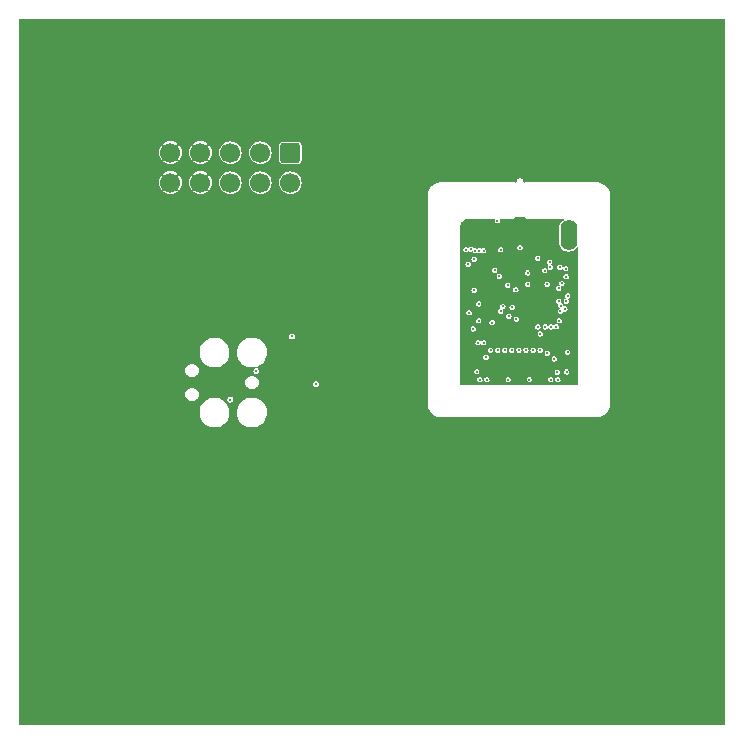
<source format=gbr>
%TF.GenerationSoftware,KiCad,Pcbnew,(7.0.0)*%
%TF.CreationDate,2023-09-14T17:34:22-04:00*%
%TF.ProjectId,headstage-neuropix2e,68656164-7374-4616-9765-2d6e6575726f,B (Beta)*%
%TF.SameCoordinates,Original*%
%TF.FileFunction,Copper,L2,Inr*%
%TF.FilePolarity,Positive*%
%FSLAX46Y46*%
G04 Gerber Fmt 4.6, Leading zero omitted, Abs format (unit mm)*
G04 Created by KiCad (PCBNEW (7.0.0)) date 2023-09-14 17:34:22*
%MOMM*%
%LPD*%
G01*
G04 APERTURE LIST*
G04 Aperture macros list*
%AMRoundRect*
0 Rectangle with rounded corners*
0 $1 Rounding radius*
0 $2 $3 $4 $5 $6 $7 $8 $9 X,Y pos of 4 corners*
0 Add a 4 corners polygon primitive as box body*
4,1,4,$2,$3,$4,$5,$6,$7,$8,$9,$2,$3,0*
0 Add four circle primitives for the rounded corners*
1,1,$1+$1,$2,$3*
1,1,$1+$1,$4,$5*
1,1,$1+$1,$6,$7*
1,1,$1+$1,$8,$9*
0 Add four rect primitives between the rounded corners*
20,1,$1+$1,$2,$3,$4,$5,0*
20,1,$1+$1,$4,$5,$6,$7,0*
20,1,$1+$1,$6,$7,$8,$9,0*
20,1,$1+$1,$8,$9,$2,$3,0*%
G04 Aperture macros list end*
%TA.AperFunction,ComponentPad*%
%ADD10O,1.400000X2.600000*%
%TD*%
%TA.AperFunction,ComponentPad*%
%ADD11RoundRect,0.250000X-0.600000X0.600000X-0.600000X-0.600000X0.600000X-0.600000X0.600000X0.600000X0*%
%TD*%
%TA.AperFunction,ComponentPad*%
%ADD12C,1.700000*%
%TD*%
%TA.AperFunction,ViaPad*%
%ADD13C,0.250000*%
%TD*%
%TA.AperFunction,ViaPad*%
%ADD14C,0.300000*%
%TD*%
G04 APERTURE END LIST*
D10*
%TO.N,/Neuropixels 2.0/NP_{TP0}*%
%TO.C,TP2*%
X146634999Y-83419999D03*
%TD*%
%TO.N,GND*%
%TO.C,TP1*%
X144954999Y-83419999D03*
%TD*%
D11*
%TO.N,+4V*%
%TO.C,J4*%
X123080000Y-76447500D03*
D12*
X123080000Y-78987500D03*
%TO.N,/Neuropixels 2.0/SCL*%
X120540000Y-76447500D03*
X120540000Y-78987500D03*
%TO.N,/Neuropixels 2.0/SDA*%
X118000000Y-76447500D03*
X118000000Y-78987500D03*
%TO.N,GND*%
X115460000Y-76447500D03*
X115460000Y-78987500D03*
X112920000Y-76447500D03*
X112920000Y-78987500D03*
%TD*%
D13*
%TO.N,GND*%
X143636000Y-83830000D03*
X147064500Y-85492000D03*
%TO.N,Net-(U3-DOUTP)*%
X144610474Y-86416271D03*
%TO.N,GND*%
X142238584Y-85504971D03*
X140869000Y-90928000D03*
X145953000Y-93861000D03*
%TO.N,/Neuropixels 2.0/SDA*%
X145162623Y-91188377D03*
%TO.N,/Neuropixels 2.0/SDA_{B}*%
X146544000Y-93341000D03*
%TO.N,/Neuropixels 2.0/NP_{TP1}*%
X145417601Y-93890601D03*
%TO.N,/Neuropixels 2.0/SCL*%
X141846000Y-89545500D03*
%TO.N,GND*%
X139395000Y-83656000D03*
X138859000Y-83670000D03*
X146329500Y-85430109D03*
X137890500Y-88930000D03*
X142125000Y-95650000D03*
X142725000Y-94725500D03*
D14*
X156300000Y-121900000D03*
D13*
X142040000Y-94725500D03*
X139816562Y-87440904D03*
X139800000Y-88025498D03*
X145475000Y-87550000D03*
X143970000Y-94720000D03*
X139445000Y-90900000D03*
D14*
X139900000Y-106500000D03*
D13*
X143960000Y-88180000D03*
X142525000Y-82475000D03*
X137915500Y-87943311D03*
X139470000Y-89250000D03*
D14*
X135640000Y-73600000D03*
D13*
X144458000Y-90722000D03*
X143050000Y-84559500D03*
X137790000Y-95590000D03*
X147060000Y-95590000D03*
X141530000Y-93780000D03*
X140033000Y-83672000D03*
X144880000Y-94720000D03*
X145765000Y-84891000D03*
X143152225Y-85674051D03*
X144755000Y-88270000D03*
X138360000Y-91900000D03*
X139025000Y-90250000D03*
X141610000Y-88040000D03*
X144465000Y-89370000D03*
X144525000Y-95650000D03*
X143025000Y-90500000D03*
X143925000Y-95650000D03*
X139620000Y-94750000D03*
X139150000Y-86900000D03*
X140925000Y-95650000D03*
X140111601Y-92511601D03*
X142019000Y-82599300D03*
X143845000Y-93830000D03*
X140310000Y-93780000D03*
X137880000Y-89500000D03*
X137810700Y-83680000D03*
X139925000Y-90200000D03*
X144755000Y-88610000D03*
X140325000Y-95650000D03*
X138525000Y-94750000D03*
D14*
X126680000Y-71747500D03*
X156700000Y-69100000D03*
X155800000Y-87500000D03*
D13*
X141313000Y-84798000D03*
X143725000Y-87600000D03*
X144565000Y-93780000D03*
X144815000Y-90110000D03*
X142775000Y-85400000D03*
X141395000Y-84090000D03*
X140450500Y-87830000D03*
X147070000Y-94510000D03*
X143285000Y-88250000D03*
X144385000Y-87530000D03*
X147067500Y-86488000D03*
D14*
X107600000Y-104500000D03*
X103100000Y-122100000D03*
D13*
X142264000Y-93877000D03*
X139463000Y-89867000D03*
X143000000Y-91244500D03*
X140880000Y-94720000D03*
X143385000Y-88770000D03*
X144909000Y-84978000D03*
X139020000Y-94380000D03*
D14*
X105450000Y-70470000D03*
D13*
X142725000Y-95650000D03*
X137955000Y-94170000D03*
X142355000Y-91170000D03*
D14*
X145200000Y-72300000D03*
D13*
X137975000Y-87440000D03*
D14*
X154200000Y-101500000D03*
D13*
X141625000Y-87249500D03*
D14*
X103900000Y-84800000D03*
X130200000Y-99700000D03*
D13*
X141925000Y-85020000D03*
X137764181Y-91279454D03*
X137947000Y-93305000D03*
X139859264Y-86450000D03*
%TO.N,+1V8*%
X139435000Y-84730000D03*
X139025000Y-89250000D03*
X146390891Y-86253101D03*
X138636680Y-88080474D03*
X144248000Y-91774000D03*
X143157963Y-86612963D03*
X140775000Y-86900000D03*
X146425000Y-86940000D03*
X145957485Y-89396611D03*
X139017000Y-90668000D03*
%TO.N,/Neuropixels 2.0/PCLK*%
X141580000Y-90270000D03*
X142425000Y-93150000D03*
%TO.N,/Neuropixels 2.0/SDA_{A}*%
X138980000Y-92530000D03*
X141070000Y-89460000D03*
%TO.N,+4V*%
X138640419Y-85475200D03*
X138124999Y-85890001D03*
D14*
X120200000Y-94945000D03*
D13*
X138355000Y-84600000D03*
D14*
%TO.N,/Neuropixels 2.0/SCL*%
X118000000Y-97340000D03*
D13*
X140165000Y-90820000D03*
X145087061Y-86139374D03*
X138735000Y-84740000D03*
X139642609Y-93772609D03*
X140890500Y-89857389D03*
%TO.N,/Neuropixels 2.0/D7*%
X144039000Y-91196000D03*
X140025000Y-93150000D03*
%TO.N,Net-(L1-Pad2)*%
X137921788Y-84655700D03*
%TO.N,/Neuropixels 2.0/D6*%
X144657623Y-91183377D03*
X140625000Y-93150000D03*
%TO.N,/Neuropixels 2.0/D5*%
X141225000Y-93150000D03*
X145581000Y-91166314D03*
%TO.N,/Neuropixels 2.0/D4*%
X141825000Y-93150000D03*
X145855500Y-90672278D03*
%TO.N,/Neuropixels 2.0/D3*%
X143025000Y-93150000D03*
X145945500Y-89880356D03*
%TO.N,/Neuropixels 2.0/D2*%
X146316587Y-89669500D03*
X143625000Y-93150000D03*
%TO.N,/Neuropixels 2.0/D1*%
X146450500Y-89020000D03*
X144225000Y-93150000D03*
%TO.N,/Neuropixels 2.0/D0*%
X146558524Y-88558259D03*
X144834000Y-93406000D03*
%TO.N,/DC Tap & Regulation/RF+DC*%
X142525000Y-84475000D03*
%TO.N,/Neuropixels 2.0/NP_{TP0}*%
X138875000Y-94980000D03*
X146460000Y-95000000D03*
%TO.N,/Neuropixels 2.0/SDA*%
X142220000Y-90550000D03*
X143175250Y-87580000D03*
X142169964Y-88035277D03*
X139085000Y-84730000D03*
D14*
X123200000Y-92000000D03*
D13*
X145033000Y-85713000D03*
D14*
X125255000Y-96035000D03*
D13*
%TO.N,Net-(#FLG04-pwr)*%
X144809500Y-87580498D03*
%TO.N,/Neuropixels 2.0/NP_{Select}*%
X145801000Y-89004500D03*
X146074000Y-87516000D03*
%TO.N,+2V5*%
X140375000Y-86400000D03*
X140893349Y-84655502D03*
X140610000Y-82204300D03*
X138215000Y-89990000D03*
%TO.N,Net-(U7-CAP)*%
X139440000Y-92527000D03*
%TO.N,Net-(U3-GPIO3{slash}CLKIN)*%
X145893368Y-86146332D03*
X145799500Y-87935500D03*
%TO.N,Net-(U3-MODE)*%
X141477000Y-87650000D03*
%TO.N,+1.8VA*%
X141525000Y-95650000D03*
X138573327Y-91366735D03*
X143325000Y-95650000D03*
%TO.N,/Serializer/Dout-*%
X144025000Y-85380000D03*
%TO.N,/Neuropixels 2.0/NP_{~{RST}}*%
X145725000Y-95650000D03*
X139125000Y-95650000D03*
X145675000Y-95046446D03*
%TO.N,/Neuropixels 2.0/NP_{~{MUXRST}}*%
X139725000Y-95650000D03*
X145125000Y-95650000D03*
%TD*%
%TA.AperFunction,Conductor*%
%TO.N,GND*%
G36*
X142915386Y-81914352D02*
G01*
X142947508Y-81946474D01*
X143031992Y-81995251D01*
X143126223Y-82020500D01*
X143139618Y-82020500D01*
X143175000Y-82020500D01*
X143207288Y-82020500D01*
X146232706Y-82020500D01*
X146262171Y-82030348D01*
X146279791Y-82055935D01*
X146278484Y-82086974D01*
X146258776Y-82110989D01*
X146135069Y-82188718D01*
X146135061Y-82188724D01*
X146132738Y-82190184D01*
X146130794Y-82192127D01*
X146130790Y-82192131D01*
X146007131Y-82315790D01*
X146007127Y-82315794D01*
X146005184Y-82317738D01*
X146003724Y-82320061D01*
X146003718Y-82320069D01*
X145910675Y-82468147D01*
X145910672Y-82468151D01*
X145909211Y-82470478D01*
X145908302Y-82473072D01*
X145908302Y-82473075D01*
X145850540Y-82638147D01*
X145850537Y-82638155D01*
X145849632Y-82640745D01*
X145849324Y-82643477D01*
X145849324Y-82643478D01*
X145834653Y-82773679D01*
X145834651Y-82773696D01*
X145834500Y-82775046D01*
X145834500Y-84064954D01*
X145834652Y-84066303D01*
X145834653Y-84066320D01*
X145848618Y-84190256D01*
X145849632Y-84199255D01*
X145850538Y-84201846D01*
X145850540Y-84201852D01*
X145888293Y-84309742D01*
X145909211Y-84369522D01*
X145910674Y-84371851D01*
X145910675Y-84371852D01*
X146003718Y-84519930D01*
X146003721Y-84519934D01*
X146005184Y-84522262D01*
X146132738Y-84649816D01*
X146135067Y-84651279D01*
X146135069Y-84651281D01*
X146194077Y-84688358D01*
X146285478Y-84745789D01*
X146455745Y-84805368D01*
X146635000Y-84825565D01*
X146814255Y-84805368D01*
X146984522Y-84745789D01*
X147137262Y-84649816D01*
X147264816Y-84522262D01*
X147314010Y-84443969D01*
X147338026Y-84424261D01*
X147369065Y-84422954D01*
X147394652Y-84440574D01*
X147404500Y-84470039D01*
X147404500Y-89887082D01*
X147404497Y-89887108D01*
X147404493Y-89887108D01*
X147404493Y-89887133D01*
X147404493Y-89887134D01*
X147404493Y-89982996D01*
X147404493Y-89983007D01*
X147404494Y-89985139D01*
X147404831Y-89987051D01*
X147405000Y-89990925D01*
X147405000Y-92603353D01*
X147404832Y-92607186D01*
X147404499Y-92609076D01*
X147404499Y-92671725D01*
X147404500Y-92671725D01*
X147404500Y-92671727D01*
X147404500Y-96030500D01*
X147390148Y-96065148D01*
X147355500Y-96079500D01*
X144182288Y-96079500D01*
X144150000Y-96079500D01*
X144051969Y-96079500D01*
X144050079Y-96079833D01*
X144046251Y-96080000D01*
X141433749Y-96080000D01*
X141429920Y-96079833D01*
X141428031Y-96079500D01*
X141425890Y-96079500D01*
X137494500Y-96079500D01*
X137459852Y-96065148D01*
X137445500Y-96030500D01*
X137445500Y-95650000D01*
X138895082Y-95650000D01*
X138896023Y-95654731D01*
X138911641Y-95733253D01*
X138911642Y-95733255D01*
X138912583Y-95737986D01*
X138915264Y-95741998D01*
X138955164Y-95801714D01*
X138962423Y-95812577D01*
X139037014Y-95862417D01*
X139125000Y-95879918D01*
X139212986Y-95862417D01*
X139287577Y-95812577D01*
X139337417Y-95737986D01*
X139354918Y-95650000D01*
X139495082Y-95650000D01*
X139496023Y-95654731D01*
X139511641Y-95733253D01*
X139511642Y-95733255D01*
X139512583Y-95737986D01*
X139515264Y-95741998D01*
X139555164Y-95801714D01*
X139562423Y-95812577D01*
X139637014Y-95862417D01*
X139725000Y-95879918D01*
X139812986Y-95862417D01*
X139887577Y-95812577D01*
X139937417Y-95737986D01*
X139954918Y-95650000D01*
X141295082Y-95650000D01*
X141296023Y-95654731D01*
X141311641Y-95733253D01*
X141311642Y-95733255D01*
X141312583Y-95737986D01*
X141315264Y-95741998D01*
X141355164Y-95801714D01*
X141362423Y-95812577D01*
X141437014Y-95862417D01*
X141525000Y-95879918D01*
X141612986Y-95862417D01*
X141687577Y-95812577D01*
X141737417Y-95737986D01*
X141754918Y-95650000D01*
X143095082Y-95650000D01*
X143096023Y-95654731D01*
X143111641Y-95733253D01*
X143111642Y-95733255D01*
X143112583Y-95737986D01*
X143115264Y-95741998D01*
X143155164Y-95801714D01*
X143162423Y-95812577D01*
X143237014Y-95862417D01*
X143325000Y-95879918D01*
X143412986Y-95862417D01*
X143487577Y-95812577D01*
X143537417Y-95737986D01*
X143554918Y-95650000D01*
X144895082Y-95650000D01*
X144896023Y-95654731D01*
X144911641Y-95733253D01*
X144911642Y-95733255D01*
X144912583Y-95737986D01*
X144915264Y-95741998D01*
X144955164Y-95801714D01*
X144962423Y-95812577D01*
X145037014Y-95862417D01*
X145125000Y-95879918D01*
X145212986Y-95862417D01*
X145287577Y-95812577D01*
X145337417Y-95737986D01*
X145354918Y-95650000D01*
X145495082Y-95650000D01*
X145496023Y-95654731D01*
X145511641Y-95733253D01*
X145511642Y-95733255D01*
X145512583Y-95737986D01*
X145515264Y-95741998D01*
X145555164Y-95801714D01*
X145562423Y-95812577D01*
X145637014Y-95862417D01*
X145725000Y-95879918D01*
X145812986Y-95862417D01*
X145887577Y-95812577D01*
X145937417Y-95737986D01*
X145954918Y-95650000D01*
X145937417Y-95562014D01*
X145887577Y-95487423D01*
X145812986Y-95437583D01*
X145808255Y-95436642D01*
X145808253Y-95436641D01*
X145729731Y-95421023D01*
X145725000Y-95420082D01*
X145720269Y-95421023D01*
X145641746Y-95436641D01*
X145641742Y-95436642D01*
X145637014Y-95437583D01*
X145633002Y-95440263D01*
X145633001Y-95440264D01*
X145566434Y-95484742D01*
X145566431Y-95484744D01*
X145562423Y-95487423D01*
X145559744Y-95491431D01*
X145559742Y-95491434D01*
X145515264Y-95558001D01*
X145512583Y-95562014D01*
X145511642Y-95566742D01*
X145511641Y-95566746D01*
X145502143Y-95614500D01*
X145495082Y-95650000D01*
X145354918Y-95650000D01*
X145337417Y-95562014D01*
X145287577Y-95487423D01*
X145212986Y-95437583D01*
X145208255Y-95436642D01*
X145208253Y-95436641D01*
X145129731Y-95421023D01*
X145125000Y-95420082D01*
X145120269Y-95421023D01*
X145041746Y-95436641D01*
X145041742Y-95436642D01*
X145037014Y-95437583D01*
X145033002Y-95440263D01*
X145033001Y-95440264D01*
X144966434Y-95484742D01*
X144966431Y-95484744D01*
X144962423Y-95487423D01*
X144959744Y-95491431D01*
X144959742Y-95491434D01*
X144915264Y-95558001D01*
X144912583Y-95562014D01*
X144911642Y-95566742D01*
X144911641Y-95566746D01*
X144902143Y-95614500D01*
X144895082Y-95650000D01*
X143554918Y-95650000D01*
X143537417Y-95562014D01*
X143487577Y-95487423D01*
X143412986Y-95437583D01*
X143408255Y-95436642D01*
X143408253Y-95436641D01*
X143329731Y-95421023D01*
X143325000Y-95420082D01*
X143320269Y-95421023D01*
X143241746Y-95436641D01*
X143241742Y-95436642D01*
X143237014Y-95437583D01*
X143233002Y-95440263D01*
X143233001Y-95440264D01*
X143166434Y-95484742D01*
X143166431Y-95484744D01*
X143162423Y-95487423D01*
X143159744Y-95491431D01*
X143159742Y-95491434D01*
X143115264Y-95558001D01*
X143112583Y-95562014D01*
X143111642Y-95566742D01*
X143111641Y-95566746D01*
X143102143Y-95614500D01*
X143095082Y-95650000D01*
X141754918Y-95650000D01*
X141737417Y-95562014D01*
X141687577Y-95487423D01*
X141612986Y-95437583D01*
X141608255Y-95436642D01*
X141608253Y-95436641D01*
X141529731Y-95421023D01*
X141525000Y-95420082D01*
X141520269Y-95421023D01*
X141441746Y-95436641D01*
X141441742Y-95436642D01*
X141437014Y-95437583D01*
X141433002Y-95440263D01*
X141433001Y-95440264D01*
X141366434Y-95484742D01*
X141366431Y-95484744D01*
X141362423Y-95487423D01*
X141359744Y-95491431D01*
X141359742Y-95491434D01*
X141315264Y-95558001D01*
X141312583Y-95562014D01*
X141311642Y-95566742D01*
X141311641Y-95566746D01*
X141302143Y-95614500D01*
X141295082Y-95650000D01*
X139954918Y-95650000D01*
X139937417Y-95562014D01*
X139887577Y-95487423D01*
X139812986Y-95437583D01*
X139808255Y-95436642D01*
X139808253Y-95436641D01*
X139729731Y-95421023D01*
X139725000Y-95420082D01*
X139720269Y-95421023D01*
X139641746Y-95436641D01*
X139641742Y-95436642D01*
X139637014Y-95437583D01*
X139633002Y-95440263D01*
X139633001Y-95440264D01*
X139566434Y-95484742D01*
X139566431Y-95484744D01*
X139562423Y-95487423D01*
X139559744Y-95491431D01*
X139559742Y-95491434D01*
X139515264Y-95558001D01*
X139512583Y-95562014D01*
X139511642Y-95566742D01*
X139511641Y-95566746D01*
X139502143Y-95614500D01*
X139495082Y-95650000D01*
X139354918Y-95650000D01*
X139337417Y-95562014D01*
X139287577Y-95487423D01*
X139212986Y-95437583D01*
X139208255Y-95436642D01*
X139208253Y-95436641D01*
X139129731Y-95421023D01*
X139125000Y-95420082D01*
X139120269Y-95421023D01*
X139041746Y-95436641D01*
X139041742Y-95436642D01*
X139037014Y-95437583D01*
X139033002Y-95440263D01*
X139033001Y-95440264D01*
X138966434Y-95484742D01*
X138966431Y-95484744D01*
X138962423Y-95487423D01*
X138959744Y-95491431D01*
X138959742Y-95491434D01*
X138915264Y-95558001D01*
X138912583Y-95562014D01*
X138911642Y-95566742D01*
X138911641Y-95566746D01*
X138902143Y-95614500D01*
X138895082Y-95650000D01*
X137445500Y-95650000D01*
X137445500Y-94980000D01*
X138645082Y-94980000D01*
X138646023Y-94984731D01*
X138661641Y-95063253D01*
X138661642Y-95063255D01*
X138662583Y-95067986D01*
X138665264Y-95071998D01*
X138706980Y-95134432D01*
X138712423Y-95142577D01*
X138787014Y-95192417D01*
X138875000Y-95209918D01*
X138962986Y-95192417D01*
X139037577Y-95142577D01*
X139087417Y-95067986D01*
X139091701Y-95046446D01*
X145445082Y-95046446D01*
X145446023Y-95051177D01*
X145461641Y-95129699D01*
X145461642Y-95129701D01*
X145462583Y-95134432D01*
X145469816Y-95145257D01*
X145506666Y-95200408D01*
X145512423Y-95209023D01*
X145587014Y-95258863D01*
X145675000Y-95276364D01*
X145762986Y-95258863D01*
X145837577Y-95209023D01*
X145887417Y-95134432D01*
X145904918Y-95046446D01*
X145895680Y-95000000D01*
X146230082Y-95000000D01*
X146231023Y-95004731D01*
X146246641Y-95083253D01*
X146246642Y-95083255D01*
X146247583Y-95087986D01*
X146297423Y-95162577D01*
X146372014Y-95212417D01*
X146460000Y-95229918D01*
X146547986Y-95212417D01*
X146622577Y-95162577D01*
X146672417Y-95087986D01*
X146689918Y-95000000D01*
X146672417Y-94912014D01*
X146622577Y-94837423D01*
X146547986Y-94787583D01*
X146543255Y-94786642D01*
X146543253Y-94786641D01*
X146464731Y-94771023D01*
X146460000Y-94770082D01*
X146455269Y-94771023D01*
X146376746Y-94786641D01*
X146376742Y-94786642D01*
X146372014Y-94787583D01*
X146368002Y-94790263D01*
X146368001Y-94790264D01*
X146301434Y-94834742D01*
X146301431Y-94834744D01*
X146297423Y-94837423D01*
X146294744Y-94841431D01*
X146294742Y-94841434D01*
X146250264Y-94908001D01*
X146247583Y-94912014D01*
X146246642Y-94916742D01*
X146246641Y-94916746D01*
X146237403Y-94963192D01*
X146230082Y-95000000D01*
X145895680Y-95000000D01*
X145887417Y-94958460D01*
X145837577Y-94883869D01*
X145833009Y-94880817D01*
X145800281Y-94858949D01*
X145762986Y-94834029D01*
X145758255Y-94833088D01*
X145758253Y-94833087D01*
X145679731Y-94817469D01*
X145675000Y-94816528D01*
X145670269Y-94817469D01*
X145591746Y-94833087D01*
X145591742Y-94833088D01*
X145587014Y-94834029D01*
X145583002Y-94836709D01*
X145583001Y-94836710D01*
X145516434Y-94881188D01*
X145516431Y-94881190D01*
X145512423Y-94883869D01*
X145509744Y-94887877D01*
X145509742Y-94887880D01*
X145468412Y-94949736D01*
X145462583Y-94958460D01*
X145461642Y-94963188D01*
X145461641Y-94963192D01*
X145455261Y-94995269D01*
X145445082Y-95046446D01*
X139091701Y-95046446D01*
X139104918Y-94980000D01*
X139087417Y-94892014D01*
X139037577Y-94817423D01*
X138962986Y-94767583D01*
X138958255Y-94766642D01*
X138958253Y-94766641D01*
X138879731Y-94751023D01*
X138875000Y-94750082D01*
X138870269Y-94751023D01*
X138791746Y-94766641D01*
X138791742Y-94766642D01*
X138787014Y-94767583D01*
X138783002Y-94770263D01*
X138783001Y-94770264D01*
X138716434Y-94814742D01*
X138716431Y-94814744D01*
X138712423Y-94817423D01*
X138709744Y-94821431D01*
X138709742Y-94821434D01*
X138665811Y-94887183D01*
X138662583Y-94892014D01*
X138661642Y-94896742D01*
X138661641Y-94896746D01*
X138649366Y-94958460D01*
X138645082Y-94980000D01*
X137445500Y-94980000D01*
X137445500Y-93772609D01*
X139412691Y-93772609D01*
X139413632Y-93777340D01*
X139429250Y-93855862D01*
X139429251Y-93855864D01*
X139430192Y-93860595D01*
X139480032Y-93935186D01*
X139554623Y-93985026D01*
X139642609Y-94002527D01*
X139730595Y-93985026D01*
X139805186Y-93935186D01*
X139834977Y-93890601D01*
X145187683Y-93890601D01*
X145188624Y-93895332D01*
X145204242Y-93973854D01*
X145204243Y-93973856D01*
X145205184Y-93978587D01*
X145255024Y-94053178D01*
X145329615Y-94103018D01*
X145417601Y-94120519D01*
X145505587Y-94103018D01*
X145580178Y-94053178D01*
X145630018Y-93978587D01*
X145647519Y-93890601D01*
X145630018Y-93802615D01*
X145580178Y-93728024D01*
X145505587Y-93678184D01*
X145500856Y-93677243D01*
X145500854Y-93677242D01*
X145422332Y-93661624D01*
X145417601Y-93660683D01*
X145412870Y-93661624D01*
X145334347Y-93677242D01*
X145334343Y-93677243D01*
X145329615Y-93678184D01*
X145325603Y-93680864D01*
X145325602Y-93680865D01*
X145259035Y-93725343D01*
X145259032Y-93725345D01*
X145255024Y-93728024D01*
X145252345Y-93732032D01*
X145252343Y-93732035D01*
X145228394Y-93767878D01*
X145205184Y-93802615D01*
X145204243Y-93807343D01*
X145204242Y-93807347D01*
X145194593Y-93855862D01*
X145187683Y-93890601D01*
X139834977Y-93890601D01*
X139855026Y-93860595D01*
X139872527Y-93772609D01*
X139855026Y-93684623D01*
X139805186Y-93610032D01*
X139730595Y-93560192D01*
X139725864Y-93559251D01*
X139725862Y-93559250D01*
X139647340Y-93543632D01*
X139642609Y-93542691D01*
X139637878Y-93543632D01*
X139559355Y-93559250D01*
X139559351Y-93559251D01*
X139554623Y-93560192D01*
X139550611Y-93562872D01*
X139550610Y-93562873D01*
X139484043Y-93607351D01*
X139484040Y-93607353D01*
X139480032Y-93610032D01*
X139477353Y-93614040D01*
X139477351Y-93614043D01*
X139434494Y-93678184D01*
X139430192Y-93684623D01*
X139429251Y-93689351D01*
X139429250Y-93689355D01*
X139421559Y-93728024D01*
X139412691Y-93772609D01*
X137445500Y-93772609D01*
X137445500Y-93406000D01*
X144604082Y-93406000D01*
X144605023Y-93410731D01*
X144620641Y-93489253D01*
X144620642Y-93489255D01*
X144621583Y-93493986D01*
X144629782Y-93506257D01*
X144667611Y-93562873D01*
X144671423Y-93568577D01*
X144746014Y-93618417D01*
X144834000Y-93635918D01*
X144921986Y-93618417D01*
X144996577Y-93568577D01*
X145046417Y-93493986D01*
X145063918Y-93406000D01*
X145050989Y-93341000D01*
X146314082Y-93341000D01*
X146315023Y-93345731D01*
X146330641Y-93424253D01*
X146330642Y-93424255D01*
X146331583Y-93428986D01*
X146334264Y-93432998D01*
X146375014Y-93493986D01*
X146381423Y-93503577D01*
X146456014Y-93553417D01*
X146544000Y-93570918D01*
X146631986Y-93553417D01*
X146706577Y-93503577D01*
X146756417Y-93428986D01*
X146773918Y-93341000D01*
X146756417Y-93253014D01*
X146706577Y-93178423D01*
X146631986Y-93128583D01*
X146627255Y-93127642D01*
X146627253Y-93127641D01*
X146548731Y-93112023D01*
X146544000Y-93111082D01*
X146539269Y-93112023D01*
X146460746Y-93127641D01*
X146460742Y-93127642D01*
X146456014Y-93128583D01*
X146452002Y-93131263D01*
X146452001Y-93131264D01*
X146385434Y-93175742D01*
X146385431Y-93175744D01*
X146381423Y-93178423D01*
X146378744Y-93182431D01*
X146378742Y-93182434D01*
X146337991Y-93243423D01*
X146331583Y-93253014D01*
X146330642Y-93257742D01*
X146330641Y-93257746D01*
X146319452Y-93314001D01*
X146314082Y-93341000D01*
X145050989Y-93341000D01*
X145046417Y-93318014D01*
X144996577Y-93243423D01*
X144981356Y-93233253D01*
X144925998Y-93196264D01*
X144925999Y-93196264D01*
X144921986Y-93193583D01*
X144917255Y-93192642D01*
X144917253Y-93192641D01*
X144838731Y-93177023D01*
X144834000Y-93176082D01*
X144829269Y-93177023D01*
X144750746Y-93192641D01*
X144750742Y-93192642D01*
X144746014Y-93193583D01*
X144742002Y-93196263D01*
X144742001Y-93196264D01*
X144675434Y-93240742D01*
X144675431Y-93240744D01*
X144671423Y-93243423D01*
X144668744Y-93247431D01*
X144668742Y-93247434D01*
X144624264Y-93314001D01*
X144621583Y-93318014D01*
X144620642Y-93322742D01*
X144620641Y-93322746D01*
X144609457Y-93378977D01*
X144604082Y-93406000D01*
X137445500Y-93406000D01*
X137445500Y-93150000D01*
X139795082Y-93150000D01*
X139796023Y-93154731D01*
X139811641Y-93233253D01*
X139811642Y-93233255D01*
X139812583Y-93237986D01*
X139825786Y-93257746D01*
X139857528Y-93305252D01*
X139862423Y-93312577D01*
X139937014Y-93362417D01*
X140025000Y-93379918D01*
X140112986Y-93362417D01*
X140187577Y-93312577D01*
X140237417Y-93237986D01*
X140254918Y-93150000D01*
X140395082Y-93150000D01*
X140396023Y-93154731D01*
X140411641Y-93233253D01*
X140411642Y-93233255D01*
X140412583Y-93237986D01*
X140425786Y-93257746D01*
X140457528Y-93305252D01*
X140462423Y-93312577D01*
X140537014Y-93362417D01*
X140625000Y-93379918D01*
X140712986Y-93362417D01*
X140787577Y-93312577D01*
X140837417Y-93237986D01*
X140854918Y-93150000D01*
X140995082Y-93150000D01*
X140996023Y-93154731D01*
X141011641Y-93233253D01*
X141011642Y-93233255D01*
X141012583Y-93237986D01*
X141025786Y-93257746D01*
X141057528Y-93305252D01*
X141062423Y-93312577D01*
X141137014Y-93362417D01*
X141225000Y-93379918D01*
X141312986Y-93362417D01*
X141387577Y-93312577D01*
X141437417Y-93237986D01*
X141454918Y-93150000D01*
X141595082Y-93150000D01*
X141596023Y-93154731D01*
X141611641Y-93233253D01*
X141611642Y-93233255D01*
X141612583Y-93237986D01*
X141625786Y-93257746D01*
X141657528Y-93305252D01*
X141662423Y-93312577D01*
X141737014Y-93362417D01*
X141825000Y-93379918D01*
X141912986Y-93362417D01*
X141987577Y-93312577D01*
X142037417Y-93237986D01*
X142054918Y-93150000D01*
X142195082Y-93150000D01*
X142196023Y-93154731D01*
X142211641Y-93233253D01*
X142211642Y-93233255D01*
X142212583Y-93237986D01*
X142225786Y-93257746D01*
X142257528Y-93305252D01*
X142262423Y-93312577D01*
X142337014Y-93362417D01*
X142425000Y-93379918D01*
X142512986Y-93362417D01*
X142587577Y-93312577D01*
X142637417Y-93237986D01*
X142654918Y-93150000D01*
X142795082Y-93150000D01*
X142796023Y-93154731D01*
X142811641Y-93233253D01*
X142811642Y-93233255D01*
X142812583Y-93237986D01*
X142825786Y-93257746D01*
X142857528Y-93305252D01*
X142862423Y-93312577D01*
X142937014Y-93362417D01*
X143025000Y-93379918D01*
X143112986Y-93362417D01*
X143187577Y-93312577D01*
X143237417Y-93237986D01*
X143254918Y-93150000D01*
X143395082Y-93150000D01*
X143396023Y-93154731D01*
X143411641Y-93233253D01*
X143411642Y-93233255D01*
X143412583Y-93237986D01*
X143425786Y-93257746D01*
X143457528Y-93305252D01*
X143462423Y-93312577D01*
X143537014Y-93362417D01*
X143625000Y-93379918D01*
X143712986Y-93362417D01*
X143787577Y-93312577D01*
X143837417Y-93237986D01*
X143854918Y-93150000D01*
X143995082Y-93150000D01*
X143996023Y-93154731D01*
X144011641Y-93233253D01*
X144011642Y-93233255D01*
X144012583Y-93237986D01*
X144025786Y-93257746D01*
X144057528Y-93305252D01*
X144062423Y-93312577D01*
X144137014Y-93362417D01*
X144225000Y-93379918D01*
X144312986Y-93362417D01*
X144387577Y-93312577D01*
X144437417Y-93237986D01*
X144454918Y-93150000D01*
X144437417Y-93062014D01*
X144387577Y-92987423D01*
X144312986Y-92937583D01*
X144308255Y-92936642D01*
X144308253Y-92936641D01*
X144229731Y-92921023D01*
X144225000Y-92920082D01*
X144220269Y-92921023D01*
X144141746Y-92936641D01*
X144141742Y-92936642D01*
X144137014Y-92937583D01*
X144133002Y-92940263D01*
X144133001Y-92940264D01*
X144066434Y-92984742D01*
X144066431Y-92984744D01*
X144062423Y-92987423D01*
X144059744Y-92991431D01*
X144059742Y-92991434D01*
X144015264Y-93058001D01*
X144012583Y-93062014D01*
X144011642Y-93066742D01*
X144011641Y-93066746D01*
X144002823Y-93111082D01*
X143995082Y-93150000D01*
X143854918Y-93150000D01*
X143837417Y-93062014D01*
X143787577Y-92987423D01*
X143712986Y-92937583D01*
X143708255Y-92936642D01*
X143708253Y-92936641D01*
X143629731Y-92921023D01*
X143625000Y-92920082D01*
X143620269Y-92921023D01*
X143541746Y-92936641D01*
X143541742Y-92936642D01*
X143537014Y-92937583D01*
X143533002Y-92940263D01*
X143533001Y-92940264D01*
X143466434Y-92984742D01*
X143466431Y-92984744D01*
X143462423Y-92987423D01*
X143459744Y-92991431D01*
X143459742Y-92991434D01*
X143415264Y-93058001D01*
X143412583Y-93062014D01*
X143411642Y-93066742D01*
X143411641Y-93066746D01*
X143402823Y-93111082D01*
X143395082Y-93150000D01*
X143254918Y-93150000D01*
X143237417Y-93062014D01*
X143187577Y-92987423D01*
X143112986Y-92937583D01*
X143108255Y-92936642D01*
X143108253Y-92936641D01*
X143029731Y-92921023D01*
X143025000Y-92920082D01*
X143020269Y-92921023D01*
X142941746Y-92936641D01*
X142941742Y-92936642D01*
X142937014Y-92937583D01*
X142933002Y-92940263D01*
X142933001Y-92940264D01*
X142866434Y-92984742D01*
X142866431Y-92984744D01*
X142862423Y-92987423D01*
X142859744Y-92991431D01*
X142859742Y-92991434D01*
X142815264Y-93058001D01*
X142812583Y-93062014D01*
X142811642Y-93066742D01*
X142811641Y-93066746D01*
X142802823Y-93111082D01*
X142795082Y-93150000D01*
X142654918Y-93150000D01*
X142637417Y-93062014D01*
X142587577Y-92987423D01*
X142512986Y-92937583D01*
X142508255Y-92936642D01*
X142508253Y-92936641D01*
X142429731Y-92921023D01*
X142425000Y-92920082D01*
X142420269Y-92921023D01*
X142341746Y-92936641D01*
X142341742Y-92936642D01*
X142337014Y-92937583D01*
X142333002Y-92940263D01*
X142333001Y-92940264D01*
X142266434Y-92984742D01*
X142266431Y-92984744D01*
X142262423Y-92987423D01*
X142259744Y-92991431D01*
X142259742Y-92991434D01*
X142215264Y-93058001D01*
X142212583Y-93062014D01*
X142211642Y-93066742D01*
X142211641Y-93066746D01*
X142202823Y-93111082D01*
X142195082Y-93150000D01*
X142054918Y-93150000D01*
X142037417Y-93062014D01*
X141987577Y-92987423D01*
X141912986Y-92937583D01*
X141908255Y-92936642D01*
X141908253Y-92936641D01*
X141829731Y-92921023D01*
X141825000Y-92920082D01*
X141820269Y-92921023D01*
X141741746Y-92936641D01*
X141741742Y-92936642D01*
X141737014Y-92937583D01*
X141733002Y-92940263D01*
X141733001Y-92940264D01*
X141666434Y-92984742D01*
X141666431Y-92984744D01*
X141662423Y-92987423D01*
X141659744Y-92991431D01*
X141659742Y-92991434D01*
X141615264Y-93058001D01*
X141612583Y-93062014D01*
X141611642Y-93066742D01*
X141611641Y-93066746D01*
X141602823Y-93111082D01*
X141595082Y-93150000D01*
X141454918Y-93150000D01*
X141437417Y-93062014D01*
X141387577Y-92987423D01*
X141312986Y-92937583D01*
X141308255Y-92936642D01*
X141308253Y-92936641D01*
X141229731Y-92921023D01*
X141225000Y-92920082D01*
X141220269Y-92921023D01*
X141141746Y-92936641D01*
X141141742Y-92936642D01*
X141137014Y-92937583D01*
X141133002Y-92940263D01*
X141133001Y-92940264D01*
X141066434Y-92984742D01*
X141066431Y-92984744D01*
X141062423Y-92987423D01*
X141059744Y-92991431D01*
X141059742Y-92991434D01*
X141015264Y-93058001D01*
X141012583Y-93062014D01*
X141011642Y-93066742D01*
X141011641Y-93066746D01*
X141002823Y-93111082D01*
X140995082Y-93150000D01*
X140854918Y-93150000D01*
X140837417Y-93062014D01*
X140787577Y-92987423D01*
X140712986Y-92937583D01*
X140708255Y-92936642D01*
X140708253Y-92936641D01*
X140629731Y-92921023D01*
X140625000Y-92920082D01*
X140620269Y-92921023D01*
X140541746Y-92936641D01*
X140541742Y-92936642D01*
X140537014Y-92937583D01*
X140533002Y-92940263D01*
X140533001Y-92940264D01*
X140466434Y-92984742D01*
X140466431Y-92984744D01*
X140462423Y-92987423D01*
X140459744Y-92991431D01*
X140459742Y-92991434D01*
X140415264Y-93058001D01*
X140412583Y-93062014D01*
X140411642Y-93066742D01*
X140411641Y-93066746D01*
X140402823Y-93111082D01*
X140395082Y-93150000D01*
X140254918Y-93150000D01*
X140237417Y-93062014D01*
X140187577Y-92987423D01*
X140112986Y-92937583D01*
X140108255Y-92936642D01*
X140108253Y-92936641D01*
X140029731Y-92921023D01*
X140025000Y-92920082D01*
X140020269Y-92921023D01*
X139941746Y-92936641D01*
X139941742Y-92936642D01*
X139937014Y-92937583D01*
X139933002Y-92940263D01*
X139933001Y-92940264D01*
X139866434Y-92984742D01*
X139866431Y-92984744D01*
X139862423Y-92987423D01*
X139859744Y-92991431D01*
X139859742Y-92991434D01*
X139815264Y-93058001D01*
X139812583Y-93062014D01*
X139811642Y-93066742D01*
X139811641Y-93066746D01*
X139802823Y-93111082D01*
X139795082Y-93150000D01*
X137445500Y-93150000D01*
X137445500Y-92530000D01*
X138750082Y-92530000D01*
X138751023Y-92534731D01*
X138766641Y-92613253D01*
X138766642Y-92613255D01*
X138767583Y-92617986D01*
X138776926Y-92631969D01*
X138814741Y-92688564D01*
X138817423Y-92692577D01*
X138892014Y-92742417D01*
X138980000Y-92759918D01*
X139067986Y-92742417D01*
X139142577Y-92692577D01*
X139170260Y-92651145D01*
X139195251Y-92631969D01*
X139226753Y-92631968D01*
X139251743Y-92651144D01*
X139277423Y-92689577D01*
X139352014Y-92739417D01*
X139440000Y-92756918D01*
X139527986Y-92739417D01*
X139602577Y-92689577D01*
X139652417Y-92614986D01*
X139669918Y-92527000D01*
X139652417Y-92439014D01*
X139602577Y-92364423D01*
X139527986Y-92314583D01*
X139523255Y-92313642D01*
X139523253Y-92313641D01*
X139444731Y-92298023D01*
X139440000Y-92297082D01*
X139435269Y-92298023D01*
X139356746Y-92313641D01*
X139356742Y-92313642D01*
X139352014Y-92314583D01*
X139348002Y-92317263D01*
X139348001Y-92317264D01*
X139281434Y-92361742D01*
X139281431Y-92361744D01*
X139277423Y-92364423D01*
X139274744Y-92368431D01*
X139274742Y-92368434D01*
X139249739Y-92405854D01*
X139224747Y-92425031D01*
X139193246Y-92425030D01*
X139168255Y-92405853D01*
X139145258Y-92371435D01*
X139145257Y-92371434D01*
X139142577Y-92367423D01*
X139138087Y-92364423D01*
X139091279Y-92333147D01*
X139067986Y-92317583D01*
X139063255Y-92316642D01*
X139063253Y-92316641D01*
X138984731Y-92301023D01*
X138980000Y-92300082D01*
X138975269Y-92301023D01*
X138896746Y-92316641D01*
X138896742Y-92316642D01*
X138892014Y-92317583D01*
X138888002Y-92320263D01*
X138888001Y-92320264D01*
X138821434Y-92364742D01*
X138821431Y-92364744D01*
X138817423Y-92367423D01*
X138814744Y-92371431D01*
X138814742Y-92371434D01*
X138770264Y-92438001D01*
X138767583Y-92442014D01*
X138766642Y-92446742D01*
X138766641Y-92446746D01*
X138759458Y-92482862D01*
X138750082Y-92530000D01*
X137445500Y-92530000D01*
X137445500Y-91774000D01*
X144018082Y-91774000D01*
X144019023Y-91778731D01*
X144034641Y-91857253D01*
X144034642Y-91857255D01*
X144035583Y-91861986D01*
X144085423Y-91936577D01*
X144160014Y-91986417D01*
X144248000Y-92003918D01*
X144335986Y-91986417D01*
X144410577Y-91936577D01*
X144460417Y-91861986D01*
X144477918Y-91774000D01*
X144460417Y-91686014D01*
X144410577Y-91611423D01*
X144397803Y-91602888D01*
X144339998Y-91564264D01*
X144339999Y-91564264D01*
X144335986Y-91561583D01*
X144331255Y-91560642D01*
X144331253Y-91560641D01*
X144252731Y-91545023D01*
X144248000Y-91544082D01*
X144243269Y-91545023D01*
X144164746Y-91560641D01*
X144164742Y-91560642D01*
X144160014Y-91561583D01*
X144156002Y-91564263D01*
X144156001Y-91564264D01*
X144089434Y-91608742D01*
X144089431Y-91608744D01*
X144085423Y-91611423D01*
X144082744Y-91615431D01*
X144082742Y-91615434D01*
X144038264Y-91682001D01*
X144035583Y-91686014D01*
X144034642Y-91690742D01*
X144034641Y-91690746D01*
X144023931Y-91744592D01*
X144018082Y-91774000D01*
X137445500Y-91774000D01*
X137445500Y-91366735D01*
X138343409Y-91366735D01*
X138344350Y-91371466D01*
X138359968Y-91449988D01*
X138359969Y-91449990D01*
X138360910Y-91454721D01*
X138410750Y-91529312D01*
X138485341Y-91579152D01*
X138573327Y-91596653D01*
X138661313Y-91579152D01*
X138735904Y-91529312D01*
X138785744Y-91454721D01*
X138803245Y-91366735D01*
X138785744Y-91278749D01*
X138735904Y-91204158D01*
X138730775Y-91200731D01*
X138723695Y-91196000D01*
X143809082Y-91196000D01*
X143810023Y-91200731D01*
X143825641Y-91279253D01*
X143825642Y-91279255D01*
X143826583Y-91283986D01*
X143829264Y-91287998D01*
X143867988Y-91345954D01*
X143876423Y-91358577D01*
X143951014Y-91408417D01*
X144039000Y-91425918D01*
X144126986Y-91408417D01*
X144201577Y-91358577D01*
X144251417Y-91283986D01*
X144268918Y-91196000D01*
X144266407Y-91183377D01*
X144427705Y-91183377D01*
X144428646Y-91188108D01*
X144444264Y-91266630D01*
X144444265Y-91266632D01*
X144445206Y-91271363D01*
X144456321Y-91287998D01*
X144485435Y-91331571D01*
X144495046Y-91345954D01*
X144569637Y-91395794D01*
X144657623Y-91413295D01*
X144745609Y-91395794D01*
X144820200Y-91345954D01*
X144867948Y-91274492D01*
X144896001Y-91254388D01*
X144930350Y-91257765D01*
X144948714Y-91277359D01*
X144950206Y-91276363D01*
X144981545Y-91323266D01*
X145000046Y-91350954D01*
X145074637Y-91400794D01*
X145162623Y-91418295D01*
X145250609Y-91400794D01*
X145325200Y-91350954D01*
X145338739Y-91330690D01*
X145360729Y-91312644D01*
X145389040Y-91309855D01*
X145414129Y-91323266D01*
X145415742Y-91324879D01*
X145418423Y-91328891D01*
X145493014Y-91378731D01*
X145581000Y-91396232D01*
X145668986Y-91378731D01*
X145743577Y-91328891D01*
X145793417Y-91254300D01*
X145810918Y-91166314D01*
X145793417Y-91078328D01*
X145743577Y-91003737D01*
X145718688Y-90987107D01*
X145698535Y-90973641D01*
X145668986Y-90953897D01*
X145664255Y-90952956D01*
X145664253Y-90952955D01*
X145585731Y-90937337D01*
X145581000Y-90936396D01*
X145576269Y-90937337D01*
X145497746Y-90952955D01*
X145497742Y-90952956D01*
X145493014Y-90953897D01*
X145489002Y-90956577D01*
X145489001Y-90956578D01*
X145422434Y-91001056D01*
X145422431Y-91001058D01*
X145418423Y-91003737D01*
X145415744Y-91007745D01*
X145415743Y-91007747D01*
X145404882Y-91024001D01*
X145382891Y-91042047D01*
X145354581Y-91044834D01*
X145329493Y-91031424D01*
X145327880Y-91029811D01*
X145325200Y-91025800D01*
X145250609Y-90975960D01*
X145245878Y-90975019D01*
X145245876Y-90975018D01*
X145167354Y-90959400D01*
X145162623Y-90958459D01*
X145157892Y-90959400D01*
X145079369Y-90975018D01*
X145079365Y-90975019D01*
X145074637Y-90975960D01*
X145070625Y-90978640D01*
X145070624Y-90978641D01*
X145004057Y-91023119D01*
X145004054Y-91023121D01*
X145000046Y-91025800D01*
X144997367Y-91029808D01*
X144997365Y-91029811D01*
X144952298Y-91097259D01*
X144924240Y-91117366D01*
X144889887Y-91113984D01*
X144871533Y-91094392D01*
X144870040Y-91095391D01*
X144820200Y-91020800D01*
X144794663Y-91003737D01*
X144767006Y-90985257D01*
X144745609Y-90970960D01*
X144740878Y-90970019D01*
X144740876Y-90970018D01*
X144662354Y-90954400D01*
X144657623Y-90953459D01*
X144652892Y-90954400D01*
X144574369Y-90970018D01*
X144574365Y-90970019D01*
X144569637Y-90970960D01*
X144565625Y-90973640D01*
X144565624Y-90973641D01*
X144499057Y-91018119D01*
X144499054Y-91018121D01*
X144495046Y-91020800D01*
X144492367Y-91024808D01*
X144492365Y-91024811D01*
X144447887Y-91091378D01*
X144445206Y-91095391D01*
X144444265Y-91100119D01*
X144444264Y-91100123D01*
X144436966Y-91136817D01*
X144427705Y-91183377D01*
X144266407Y-91183377D01*
X144251417Y-91108014D01*
X144201577Y-91033423D01*
X144196171Y-91029811D01*
X144130998Y-90986264D01*
X144130999Y-90986264D01*
X144126986Y-90983583D01*
X144122255Y-90982642D01*
X144122253Y-90982641D01*
X144043731Y-90967023D01*
X144039000Y-90966082D01*
X144034269Y-90967023D01*
X143955746Y-90982641D01*
X143955742Y-90982642D01*
X143951014Y-90983583D01*
X143947002Y-90986263D01*
X143947001Y-90986264D01*
X143880434Y-91030742D01*
X143880431Y-91030744D01*
X143876423Y-91033423D01*
X143873744Y-91037431D01*
X143873742Y-91037434D01*
X143829264Y-91104001D01*
X143826583Y-91108014D01*
X143825642Y-91112742D01*
X143825641Y-91112746D01*
X143812534Y-91178646D01*
X143809082Y-91196000D01*
X138723695Y-91196000D01*
X138698608Y-91179237D01*
X138661313Y-91154318D01*
X138656582Y-91153377D01*
X138656580Y-91153376D01*
X138578058Y-91137758D01*
X138573327Y-91136817D01*
X138568596Y-91137758D01*
X138490073Y-91153376D01*
X138490069Y-91153377D01*
X138485341Y-91154318D01*
X138481329Y-91156998D01*
X138481328Y-91156999D01*
X138414761Y-91201477D01*
X138414758Y-91201479D01*
X138410750Y-91204158D01*
X138408071Y-91208166D01*
X138408069Y-91208169D01*
X138368889Y-91266807D01*
X138360910Y-91278749D01*
X138359969Y-91283477D01*
X138359968Y-91283481D01*
X138354168Y-91312644D01*
X138343409Y-91366735D01*
X137445500Y-91366735D01*
X137445500Y-90668000D01*
X138787082Y-90668000D01*
X138788023Y-90672731D01*
X138803641Y-90751253D01*
X138803642Y-90751255D01*
X138804583Y-90755986D01*
X138808880Y-90762417D01*
X138847355Y-90820000D01*
X138854423Y-90830577D01*
X138929014Y-90880417D01*
X139017000Y-90897918D01*
X139104986Y-90880417D01*
X139179577Y-90830577D01*
X139186644Y-90820000D01*
X139935082Y-90820000D01*
X139936023Y-90824731D01*
X139951641Y-90903253D01*
X139951642Y-90903255D01*
X139952583Y-90907986D01*
X139955264Y-90911998D01*
X139998001Y-90975960D01*
X140002423Y-90982577D01*
X140077014Y-91032417D01*
X140165000Y-91049918D01*
X140252986Y-91032417D01*
X140327577Y-90982577D01*
X140377417Y-90907986D01*
X140394918Y-90820000D01*
X140377417Y-90732014D01*
X140327577Y-90657423D01*
X140298487Y-90637986D01*
X140256998Y-90610264D01*
X140256999Y-90610264D01*
X140252986Y-90607583D01*
X140248255Y-90606642D01*
X140248253Y-90606641D01*
X140169731Y-90591023D01*
X140165000Y-90590082D01*
X140160269Y-90591023D01*
X140081746Y-90606641D01*
X140081742Y-90606642D01*
X140077014Y-90607583D01*
X140073002Y-90610263D01*
X140073001Y-90610264D01*
X140006434Y-90654742D01*
X140006431Y-90654744D01*
X140002423Y-90657423D01*
X139999744Y-90661431D01*
X139999742Y-90661434D01*
X139955264Y-90728001D01*
X139952583Y-90732014D01*
X139951642Y-90736742D01*
X139951641Y-90736746D01*
X139936023Y-90815269D01*
X139935082Y-90820000D01*
X139186644Y-90820000D01*
X139229417Y-90755986D01*
X139246918Y-90668000D01*
X139229417Y-90580014D01*
X139209362Y-90550000D01*
X141990082Y-90550000D01*
X141991023Y-90554731D01*
X142006641Y-90633253D01*
X142006642Y-90633255D01*
X142007583Y-90637986D01*
X142057423Y-90712577D01*
X142132014Y-90762417D01*
X142220000Y-90779918D01*
X142307986Y-90762417D01*
X142382577Y-90712577D01*
X142409504Y-90672278D01*
X145625582Y-90672278D01*
X145626523Y-90677009D01*
X145642141Y-90755531D01*
X145642142Y-90755533D01*
X145643083Y-90760264D01*
X145645764Y-90764276D01*
X145690064Y-90830577D01*
X145692923Y-90834855D01*
X145767514Y-90884695D01*
X145855500Y-90902196D01*
X145943486Y-90884695D01*
X146018077Y-90834855D01*
X146067917Y-90760264D01*
X146085418Y-90672278D01*
X146067917Y-90584292D01*
X146018077Y-90509701D01*
X146002027Y-90498977D01*
X145978652Y-90483358D01*
X145943486Y-90459861D01*
X145938755Y-90458920D01*
X145938753Y-90458919D01*
X145860231Y-90443301D01*
X145855500Y-90442360D01*
X145850769Y-90443301D01*
X145772246Y-90458919D01*
X145772242Y-90458920D01*
X145767514Y-90459861D01*
X145763502Y-90462541D01*
X145763501Y-90462542D01*
X145696934Y-90507020D01*
X145696931Y-90507022D01*
X145692923Y-90509701D01*
X145690244Y-90513709D01*
X145690242Y-90513712D01*
X145645941Y-90580014D01*
X145643083Y-90584292D01*
X145642142Y-90589020D01*
X145642141Y-90589024D01*
X145633344Y-90633253D01*
X145625582Y-90672278D01*
X142409504Y-90672278D01*
X142432417Y-90637986D01*
X142449918Y-90550000D01*
X142432417Y-90462014D01*
X142382577Y-90387423D01*
X142307986Y-90337583D01*
X142303255Y-90336642D01*
X142303253Y-90336641D01*
X142224731Y-90321023D01*
X142220000Y-90320082D01*
X142215269Y-90321023D01*
X142136746Y-90336641D01*
X142136742Y-90336642D01*
X142132014Y-90337583D01*
X142128002Y-90340263D01*
X142128001Y-90340264D01*
X142061434Y-90384742D01*
X142061431Y-90384744D01*
X142057423Y-90387423D01*
X142054744Y-90391431D01*
X142054742Y-90391434D01*
X142012509Y-90454641D01*
X142007583Y-90462014D01*
X142006642Y-90466742D01*
X142006641Y-90466746D01*
X141997300Y-90513712D01*
X141990082Y-90550000D01*
X139209362Y-90550000D01*
X139179577Y-90505423D01*
X139171338Y-90499918D01*
X139141132Y-90479735D01*
X139104986Y-90455583D01*
X139100255Y-90454642D01*
X139100253Y-90454641D01*
X139021731Y-90439023D01*
X139017000Y-90438082D01*
X139012269Y-90439023D01*
X138933746Y-90454641D01*
X138933742Y-90454642D01*
X138929014Y-90455583D01*
X138925002Y-90458263D01*
X138925001Y-90458264D01*
X138858434Y-90502742D01*
X138858431Y-90502744D01*
X138854423Y-90505423D01*
X138851744Y-90509431D01*
X138851742Y-90509434D01*
X138807264Y-90576001D01*
X138804583Y-90580014D01*
X138803642Y-90584742D01*
X138803641Y-90584746D01*
X138799099Y-90607583D01*
X138787082Y-90668000D01*
X137445500Y-90668000D01*
X137445500Y-90270000D01*
X141350082Y-90270000D01*
X141351023Y-90274731D01*
X141366641Y-90353253D01*
X141366642Y-90353255D01*
X141367583Y-90357986D01*
X141417423Y-90432577D01*
X141492014Y-90482417D01*
X141580000Y-90499918D01*
X141667986Y-90482417D01*
X141742577Y-90432577D01*
X141792417Y-90357986D01*
X141809918Y-90270000D01*
X141792417Y-90182014D01*
X141742577Y-90107423D01*
X141667986Y-90057583D01*
X141663255Y-90056642D01*
X141663253Y-90056641D01*
X141584731Y-90041023D01*
X141580000Y-90040082D01*
X141575269Y-90041023D01*
X141496746Y-90056641D01*
X141496742Y-90056642D01*
X141492014Y-90057583D01*
X141488002Y-90060263D01*
X141488001Y-90060264D01*
X141421434Y-90104742D01*
X141421431Y-90104744D01*
X141417423Y-90107423D01*
X141414744Y-90111431D01*
X141414742Y-90111434D01*
X141380695Y-90162390D01*
X141367583Y-90182014D01*
X141366642Y-90186742D01*
X141366641Y-90186746D01*
X141351023Y-90265269D01*
X141350082Y-90270000D01*
X137445500Y-90270000D01*
X137445500Y-89990000D01*
X137985082Y-89990000D01*
X137986023Y-89994731D01*
X138001641Y-90073253D01*
X138001642Y-90073255D01*
X138002583Y-90077986D01*
X138052423Y-90152577D01*
X138127014Y-90202417D01*
X138215000Y-90219918D01*
X138302986Y-90202417D01*
X138377577Y-90152577D01*
X138427417Y-90077986D01*
X138444918Y-89990000D01*
X138427417Y-89902014D01*
X138397600Y-89857389D01*
X140660582Y-89857389D01*
X140661523Y-89862120D01*
X140677141Y-89940642D01*
X140677142Y-89940644D01*
X140678083Y-89945375D01*
X140680764Y-89949387D01*
X140711061Y-89994731D01*
X140727923Y-90019966D01*
X140802514Y-90069806D01*
X140890500Y-90087307D01*
X140978486Y-90069806D01*
X141053077Y-90019966D01*
X141102917Y-89945375D01*
X141120418Y-89857389D01*
X141102917Y-89769403D01*
X141100234Y-89765387D01*
X141092918Y-89754437D01*
X141084765Y-89724009D01*
X141096821Y-89694906D01*
X141124100Y-89679157D01*
X141157986Y-89672417D01*
X141232577Y-89622577D01*
X141282417Y-89547986D01*
X141282911Y-89545500D01*
X141616082Y-89545500D01*
X141617023Y-89550231D01*
X141632641Y-89628753D01*
X141632642Y-89628755D01*
X141633583Y-89633486D01*
X141636264Y-89637498D01*
X141677239Y-89698823D01*
X141683423Y-89708077D01*
X141758014Y-89757917D01*
X141846000Y-89775418D01*
X141933986Y-89757917D01*
X142008577Y-89708077D01*
X142058417Y-89633486D01*
X142075918Y-89545500D01*
X142058417Y-89457514D01*
X142008577Y-89382923D01*
X141999332Y-89376746D01*
X141937998Y-89335764D01*
X141937999Y-89335764D01*
X141933986Y-89333083D01*
X141929255Y-89332142D01*
X141929253Y-89332141D01*
X141850731Y-89316523D01*
X141846000Y-89315582D01*
X141841269Y-89316523D01*
X141762746Y-89332141D01*
X141762742Y-89332142D01*
X141758014Y-89333083D01*
X141754002Y-89335763D01*
X141754001Y-89335764D01*
X141687434Y-89380242D01*
X141687431Y-89380244D01*
X141683423Y-89382923D01*
X141680744Y-89386931D01*
X141680742Y-89386934D01*
X141636264Y-89453501D01*
X141633583Y-89457514D01*
X141632642Y-89462242D01*
X141632641Y-89462246D01*
X141624288Y-89504242D01*
X141616082Y-89545500D01*
X141282911Y-89545500D01*
X141299918Y-89460000D01*
X141282417Y-89372014D01*
X141232577Y-89297423D01*
X141157986Y-89247583D01*
X141153255Y-89246642D01*
X141153253Y-89246641D01*
X141074731Y-89231023D01*
X141070000Y-89230082D01*
X141065269Y-89231023D01*
X140986746Y-89246641D01*
X140986742Y-89246642D01*
X140982014Y-89247583D01*
X140978002Y-89250263D01*
X140978001Y-89250264D01*
X140911434Y-89294742D01*
X140911431Y-89294744D01*
X140907423Y-89297423D01*
X140904744Y-89301431D01*
X140904742Y-89301434D01*
X140860264Y-89368001D01*
X140857583Y-89372014D01*
X140856642Y-89376742D01*
X140856641Y-89376746D01*
X140845456Y-89432981D01*
X140840082Y-89460000D01*
X140841023Y-89464731D01*
X140856641Y-89543253D01*
X140856642Y-89543255D01*
X140857583Y-89547986D01*
X140860264Y-89551998D01*
X140867582Y-89562951D01*
X140875734Y-89593379D01*
X140863679Y-89622481D01*
X140836398Y-89638231D01*
X140807251Y-89644028D01*
X140807242Y-89644031D01*
X140802514Y-89644972D01*
X140798502Y-89647652D01*
X140798501Y-89647653D01*
X140731934Y-89692131D01*
X140731931Y-89692133D01*
X140727923Y-89694812D01*
X140725244Y-89698820D01*
X140725242Y-89698823D01*
X140684311Y-89760082D01*
X140678083Y-89769403D01*
X140677142Y-89774131D01*
X140677141Y-89774135D01*
X140663807Y-89841173D01*
X140660582Y-89857389D01*
X138397600Y-89857389D01*
X138377577Y-89827423D01*
X138302986Y-89777583D01*
X138298255Y-89776642D01*
X138298253Y-89776641D01*
X138219731Y-89761023D01*
X138215000Y-89760082D01*
X138210269Y-89761023D01*
X138131746Y-89776641D01*
X138131742Y-89776642D01*
X138127014Y-89777583D01*
X138123002Y-89780263D01*
X138123001Y-89780264D01*
X138056434Y-89824742D01*
X138056431Y-89824744D01*
X138052423Y-89827423D01*
X138049744Y-89831431D01*
X138049742Y-89831434D01*
X138005264Y-89898001D01*
X138002583Y-89902014D01*
X138001642Y-89906742D01*
X138001641Y-89906746D01*
X137990331Y-89963609D01*
X137985082Y-89990000D01*
X137445500Y-89990000D01*
X137445500Y-89250000D01*
X138795082Y-89250000D01*
X138796023Y-89254731D01*
X138811641Y-89333253D01*
X138811642Y-89333255D01*
X138812583Y-89337986D01*
X138815264Y-89341998D01*
X138857866Y-89405758D01*
X138862423Y-89412577D01*
X138937014Y-89462417D01*
X139025000Y-89479918D01*
X139112986Y-89462417D01*
X139187577Y-89412577D01*
X139237417Y-89337986D01*
X139254918Y-89250000D01*
X139237417Y-89162014D01*
X139187577Y-89087423D01*
X139112986Y-89037583D01*
X139108255Y-89036642D01*
X139108253Y-89036641D01*
X139029731Y-89021023D01*
X139025000Y-89020082D01*
X139020269Y-89021023D01*
X138941746Y-89036641D01*
X138941742Y-89036642D01*
X138937014Y-89037583D01*
X138933002Y-89040263D01*
X138933001Y-89040264D01*
X138866434Y-89084742D01*
X138866431Y-89084744D01*
X138862423Y-89087423D01*
X138859744Y-89091431D01*
X138859742Y-89091434D01*
X138815264Y-89158001D01*
X138812583Y-89162014D01*
X138811642Y-89166742D01*
X138811641Y-89166746D01*
X138797460Y-89238045D01*
X138795082Y-89250000D01*
X137445500Y-89250000D01*
X137445500Y-89004500D01*
X145571082Y-89004500D01*
X145572023Y-89009231D01*
X145587641Y-89087753D01*
X145587642Y-89087755D01*
X145588583Y-89092486D01*
X145613502Y-89129781D01*
X145632358Y-89158001D01*
X145638423Y-89167077D01*
X145713014Y-89216917D01*
X145723467Y-89218996D01*
X145750749Y-89234744D01*
X145762806Y-89263847D01*
X145754655Y-89294275D01*
X145747749Y-89304610D01*
X145747746Y-89304616D01*
X145745068Y-89308625D01*
X145744127Y-89313353D01*
X145744126Y-89313357D01*
X145731518Y-89376746D01*
X145727567Y-89396611D01*
X145728508Y-89401342D01*
X145744126Y-89479864D01*
X145744127Y-89479866D01*
X145745068Y-89484597D01*
X145747749Y-89488609D01*
X145784260Y-89543253D01*
X145794908Y-89559188D01*
X145846615Y-89593737D01*
X145865791Y-89618728D01*
X145865792Y-89650229D01*
X145846615Y-89675221D01*
X145786934Y-89715098D01*
X145786931Y-89715100D01*
X145782923Y-89717779D01*
X145780244Y-89721787D01*
X145780242Y-89721790D01*
X145735764Y-89788357D01*
X145733083Y-89792370D01*
X145732142Y-89797098D01*
X145732141Y-89797102D01*
X145721091Y-89852658D01*
X145715582Y-89880356D01*
X145716523Y-89885087D01*
X145732141Y-89963609D01*
X145732142Y-89963611D01*
X145733083Y-89968342D01*
X145782923Y-90042933D01*
X145857514Y-90092773D01*
X145945500Y-90110274D01*
X146033486Y-90092773D01*
X146108077Y-90042933D01*
X146157917Y-89968342D01*
X146167718Y-89919063D01*
X146181130Y-89893973D01*
X146206222Y-89880564D01*
X146228434Y-89882754D01*
X146228601Y-89881917D01*
X146316587Y-89899418D01*
X146404573Y-89881917D01*
X146479164Y-89832077D01*
X146529004Y-89757486D01*
X146546505Y-89669500D01*
X146529004Y-89581514D01*
X146479164Y-89506923D01*
X146404573Y-89457083D01*
X146399842Y-89456142D01*
X146399840Y-89456141D01*
X146321318Y-89440523D01*
X146316587Y-89439582D01*
X146246610Y-89453501D01*
X146245021Y-89453817D01*
X146216710Y-89451028D01*
X146194720Y-89432981D01*
X146186462Y-89405758D01*
X146186462Y-89401342D01*
X146187403Y-89396611D01*
X146169902Y-89308625D01*
X146120062Y-89234034D01*
X146114147Y-89230082D01*
X146049482Y-89186874D01*
X146049481Y-89186873D01*
X146045471Y-89184194D01*
X146040740Y-89183253D01*
X146040738Y-89183252D01*
X146035010Y-89182113D01*
X146007730Y-89166361D01*
X145995677Y-89137257D01*
X146003831Y-89106832D01*
X146013417Y-89092486D01*
X146027835Y-89020000D01*
X146220582Y-89020000D01*
X146221523Y-89024731D01*
X146237141Y-89103253D01*
X146237142Y-89103255D01*
X146238083Y-89107986D01*
X146240764Y-89111998D01*
X146274885Y-89163065D01*
X146287923Y-89182577D01*
X146362514Y-89232417D01*
X146450500Y-89249918D01*
X146538486Y-89232417D01*
X146613077Y-89182577D01*
X146662917Y-89107986D01*
X146680418Y-89020000D01*
X146662917Y-88932014D01*
X146613077Y-88857423D01*
X146609783Y-88855222D01*
X146595734Y-88824214D01*
X146605756Y-88791179D01*
X146635072Y-88772951D01*
X146646510Y-88770676D01*
X146721101Y-88720836D01*
X146770941Y-88646245D01*
X146788442Y-88558259D01*
X146770941Y-88470273D01*
X146721101Y-88395682D01*
X146646510Y-88345842D01*
X146641779Y-88344901D01*
X146641777Y-88344900D01*
X146563255Y-88329282D01*
X146558524Y-88328341D01*
X146553793Y-88329282D01*
X146475270Y-88344900D01*
X146475266Y-88344901D01*
X146470538Y-88345842D01*
X146466526Y-88348522D01*
X146466525Y-88348523D01*
X146399958Y-88393001D01*
X146399955Y-88393003D01*
X146395947Y-88395682D01*
X146393268Y-88399690D01*
X146393266Y-88399693D01*
X146348788Y-88466260D01*
X146346107Y-88470273D01*
X146345166Y-88475001D01*
X146345165Y-88475005D01*
X146329547Y-88553528D01*
X146328606Y-88558259D01*
X146329547Y-88562990D01*
X146345165Y-88641512D01*
X146345166Y-88641514D01*
X146346107Y-88646245D01*
X146395947Y-88720836D01*
X146399239Y-88723036D01*
X146413289Y-88754042D01*
X146403269Y-88787076D01*
X146373956Y-88805306D01*
X146367249Y-88806640D01*
X146367243Y-88806642D01*
X146362514Y-88807583D01*
X146358502Y-88810263D01*
X146358501Y-88810264D01*
X146291934Y-88854742D01*
X146291931Y-88854744D01*
X146287923Y-88857423D01*
X146285244Y-88861431D01*
X146285242Y-88861434D01*
X146240764Y-88928001D01*
X146238083Y-88932014D01*
X146237142Y-88936742D01*
X146237141Y-88936746D01*
X146224606Y-88999769D01*
X146220582Y-89020000D01*
X146027835Y-89020000D01*
X146030918Y-89004500D01*
X146013417Y-88916514D01*
X145963577Y-88841923D01*
X145888986Y-88792083D01*
X145884255Y-88791142D01*
X145884253Y-88791141D01*
X145805731Y-88775523D01*
X145801000Y-88774582D01*
X145796269Y-88775523D01*
X145717746Y-88791141D01*
X145717742Y-88791142D01*
X145713014Y-88792083D01*
X145709002Y-88794763D01*
X145709001Y-88794764D01*
X145642434Y-88839242D01*
X145642431Y-88839244D01*
X145638423Y-88841923D01*
X145635744Y-88845931D01*
X145635742Y-88845934D01*
X145591264Y-88912501D01*
X145588583Y-88916514D01*
X145587642Y-88921242D01*
X145587641Y-88921246D01*
X145572023Y-88999769D01*
X145571082Y-89004500D01*
X137445500Y-89004500D01*
X137445500Y-88080474D01*
X138406762Y-88080474D01*
X138407703Y-88085205D01*
X138423321Y-88163727D01*
X138423322Y-88163729D01*
X138424263Y-88168460D01*
X138474103Y-88243051D01*
X138548694Y-88292891D01*
X138636680Y-88310392D01*
X138724666Y-88292891D01*
X138799257Y-88243051D01*
X138849097Y-88168460D01*
X138866598Y-88080474D01*
X138857608Y-88035277D01*
X141940046Y-88035277D01*
X141940987Y-88040008D01*
X141956605Y-88118530D01*
X141956606Y-88118532D01*
X141957547Y-88123263D01*
X142007387Y-88197854D01*
X142081978Y-88247694D01*
X142169964Y-88265195D01*
X142257950Y-88247694D01*
X142332541Y-88197854D01*
X142382381Y-88123263D01*
X142399882Y-88035277D01*
X142382381Y-87947291D01*
X142374503Y-87935500D01*
X145569582Y-87935500D01*
X145570523Y-87940231D01*
X145586141Y-88018753D01*
X145586142Y-88018755D01*
X145587083Y-88023486D01*
X145636923Y-88098077D01*
X145711514Y-88147917D01*
X145786304Y-88162793D01*
X145790998Y-88163727D01*
X145799500Y-88165418D01*
X145808002Y-88163727D01*
X145808974Y-88163533D01*
X145887486Y-88147917D01*
X145962077Y-88098077D01*
X146011917Y-88023486D01*
X146029418Y-87935500D01*
X146011917Y-87847514D01*
X145989832Y-87814462D01*
X145981575Y-87787240D01*
X145989833Y-87760017D01*
X146011824Y-87741970D01*
X146040135Y-87739182D01*
X146069266Y-87744977D01*
X146069269Y-87744977D01*
X146074000Y-87745918D01*
X146161986Y-87728417D01*
X146236577Y-87678577D01*
X146286417Y-87603986D01*
X146303918Y-87516000D01*
X146286417Y-87428014D01*
X146236577Y-87353423D01*
X146232322Y-87350580D01*
X146165998Y-87306264D01*
X146165999Y-87306264D01*
X146161986Y-87303583D01*
X146157255Y-87302642D01*
X146157253Y-87302641D01*
X146078731Y-87287023D01*
X146074000Y-87286082D01*
X146069269Y-87287023D01*
X145990746Y-87302641D01*
X145990742Y-87302642D01*
X145986014Y-87303583D01*
X145982002Y-87306263D01*
X145982001Y-87306264D01*
X145915434Y-87350742D01*
X145915431Y-87350744D01*
X145911423Y-87353423D01*
X145908744Y-87357431D01*
X145908742Y-87357434D01*
X145864264Y-87424001D01*
X145861583Y-87428014D01*
X145860642Y-87432742D01*
X145860641Y-87432746D01*
X145859146Y-87440264D01*
X145844082Y-87516000D01*
X145845023Y-87520731D01*
X145860641Y-87599253D01*
X145860642Y-87599255D01*
X145861583Y-87603986D01*
X145864264Y-87607998D01*
X145883666Y-87637036D01*
X145890982Y-87673819D01*
X145870147Y-87705001D01*
X145833365Y-87712318D01*
X145804231Y-87706523D01*
X145799500Y-87705582D01*
X145794769Y-87706523D01*
X145716246Y-87722141D01*
X145716242Y-87722142D01*
X145711514Y-87723083D01*
X145707502Y-87725763D01*
X145707501Y-87725764D01*
X145640934Y-87770242D01*
X145640931Y-87770244D01*
X145636923Y-87772923D01*
X145634244Y-87776931D01*
X145634242Y-87776934D01*
X145589764Y-87843501D01*
X145587083Y-87847514D01*
X145586142Y-87852242D01*
X145586141Y-87852246D01*
X145570523Y-87930769D01*
X145569582Y-87935500D01*
X142374503Y-87935500D01*
X142332541Y-87872700D01*
X142325592Y-87868057D01*
X142294847Y-87847514D01*
X142257950Y-87822860D01*
X142253219Y-87821919D01*
X142253217Y-87821918D01*
X142174695Y-87806300D01*
X142169964Y-87805359D01*
X142165233Y-87806300D01*
X142086710Y-87821918D01*
X142086706Y-87821919D01*
X142081978Y-87822860D01*
X142077966Y-87825540D01*
X142077965Y-87825541D01*
X142011398Y-87870019D01*
X142011395Y-87870021D01*
X142007387Y-87872700D01*
X142004708Y-87876708D01*
X142004706Y-87876711D01*
X141965425Y-87935500D01*
X141957547Y-87947291D01*
X141956606Y-87952019D01*
X141956605Y-87952023D01*
X141943333Y-88018753D01*
X141940046Y-88035277D01*
X138857608Y-88035277D01*
X138849097Y-87992488D01*
X138799257Y-87917897D01*
X138724666Y-87868057D01*
X138719935Y-87867116D01*
X138719933Y-87867115D01*
X138641411Y-87851497D01*
X138636680Y-87850556D01*
X138631949Y-87851497D01*
X138553426Y-87867115D01*
X138553422Y-87867116D01*
X138548694Y-87868057D01*
X138544682Y-87870737D01*
X138544681Y-87870738D01*
X138478114Y-87915216D01*
X138478111Y-87915218D01*
X138474103Y-87917897D01*
X138471424Y-87921905D01*
X138471422Y-87921908D01*
X138426944Y-87988475D01*
X138424263Y-87992488D01*
X138423322Y-87997216D01*
X138423321Y-87997220D01*
X138418097Y-88023486D01*
X138406762Y-88080474D01*
X137445500Y-88080474D01*
X137445500Y-87650000D01*
X141247082Y-87650000D01*
X141248023Y-87654731D01*
X141263641Y-87733253D01*
X141263642Y-87733255D01*
X141264583Y-87737986D01*
X141269774Y-87745755D01*
X141300952Y-87792417D01*
X141314423Y-87812577D01*
X141389014Y-87862417D01*
X141477000Y-87879918D01*
X141564986Y-87862417D01*
X141639577Y-87812577D01*
X141689417Y-87737986D01*
X141706918Y-87650000D01*
X141692995Y-87580000D01*
X142945332Y-87580000D01*
X142946273Y-87584731D01*
X142961891Y-87663253D01*
X142961892Y-87663255D01*
X142962833Y-87667986D01*
X142987566Y-87705001D01*
X143003211Y-87728417D01*
X143012673Y-87742577D01*
X143087264Y-87792417D01*
X143175250Y-87809918D01*
X143263236Y-87792417D01*
X143337827Y-87742577D01*
X143387667Y-87667986D01*
X143405069Y-87580498D01*
X144579582Y-87580498D01*
X144580523Y-87585229D01*
X144596141Y-87663751D01*
X144596142Y-87663753D01*
X144597083Y-87668484D01*
X144599764Y-87672496D01*
X144643909Y-87738565D01*
X144646923Y-87743075D01*
X144721514Y-87792915D01*
X144809500Y-87810416D01*
X144897486Y-87792915D01*
X144972077Y-87743075D01*
X145021917Y-87668484D01*
X145039418Y-87580498D01*
X145021917Y-87492512D01*
X144972077Y-87417921D01*
X144967319Y-87414742D01*
X144901498Y-87370762D01*
X144901499Y-87370762D01*
X144897486Y-87368081D01*
X144892755Y-87367140D01*
X144892753Y-87367139D01*
X144814231Y-87351521D01*
X144809500Y-87350580D01*
X144804769Y-87351521D01*
X144726246Y-87367139D01*
X144726242Y-87367140D01*
X144721514Y-87368081D01*
X144717502Y-87370761D01*
X144717501Y-87370762D01*
X144650934Y-87415240D01*
X144650931Y-87415242D01*
X144646923Y-87417921D01*
X144644244Y-87421929D01*
X144644242Y-87421932D01*
X144600483Y-87487423D01*
X144597083Y-87492512D01*
X144596142Y-87497240D01*
X144596141Y-87497244D01*
X144582317Y-87566746D01*
X144579582Y-87580498D01*
X143405069Y-87580498D01*
X143405168Y-87580000D01*
X143387667Y-87492014D01*
X143337827Y-87417423D01*
X143263236Y-87367583D01*
X143258505Y-87366642D01*
X143258503Y-87366641D01*
X143179981Y-87351023D01*
X143175250Y-87350082D01*
X143170519Y-87351023D01*
X143091996Y-87366641D01*
X143091992Y-87366642D01*
X143087264Y-87367583D01*
X143083252Y-87370263D01*
X143083251Y-87370264D01*
X143016684Y-87414742D01*
X143016681Y-87414744D01*
X143012673Y-87417423D01*
X143009994Y-87421431D01*
X143009992Y-87421434D01*
X142965514Y-87488001D01*
X142962833Y-87492014D01*
X142961892Y-87496742D01*
X142961891Y-87496746D01*
X142947968Y-87566746D01*
X142945332Y-87580000D01*
X141692995Y-87580000D01*
X141689417Y-87562014D01*
X141639577Y-87487423D01*
X141564986Y-87437583D01*
X141560255Y-87436642D01*
X141560253Y-87436641D01*
X141481731Y-87421023D01*
X141477000Y-87420082D01*
X141472269Y-87421023D01*
X141393746Y-87436641D01*
X141393742Y-87436642D01*
X141389014Y-87437583D01*
X141385002Y-87440263D01*
X141385001Y-87440264D01*
X141318434Y-87484742D01*
X141318431Y-87484744D01*
X141314423Y-87487423D01*
X141311744Y-87491431D01*
X141311742Y-87491434D01*
X141292167Y-87520731D01*
X141264583Y-87562014D01*
X141263642Y-87566742D01*
X141263641Y-87566746D01*
X141256234Y-87603986D01*
X141247082Y-87650000D01*
X137445500Y-87650000D01*
X137445500Y-86900000D01*
X140545082Y-86900000D01*
X140546023Y-86904731D01*
X140561641Y-86983253D01*
X140561642Y-86983255D01*
X140562583Y-86987986D01*
X140612423Y-87062577D01*
X140687014Y-87112417D01*
X140775000Y-87129918D01*
X140862986Y-87112417D01*
X140937577Y-87062577D01*
X140987417Y-86987986D01*
X140996962Y-86940000D01*
X146195082Y-86940000D01*
X146196023Y-86944731D01*
X146211641Y-87023253D01*
X146211642Y-87023255D01*
X146212583Y-87027986D01*
X146262423Y-87102577D01*
X146337014Y-87152417D01*
X146425000Y-87169918D01*
X146512986Y-87152417D01*
X146587577Y-87102577D01*
X146637417Y-87027986D01*
X146654918Y-86940000D01*
X146637417Y-86852014D01*
X146587577Y-86777423D01*
X146578754Y-86771528D01*
X146550281Y-86752503D01*
X146512986Y-86727583D01*
X146508255Y-86726642D01*
X146508253Y-86726641D01*
X146429731Y-86711023D01*
X146425000Y-86710082D01*
X146420269Y-86711023D01*
X146341746Y-86726641D01*
X146341742Y-86726642D01*
X146337014Y-86727583D01*
X146333002Y-86730263D01*
X146333001Y-86730264D01*
X146266434Y-86774742D01*
X146266431Y-86774744D01*
X146262423Y-86777423D01*
X146259744Y-86781431D01*
X146259742Y-86781434D01*
X146236148Y-86816746D01*
X146212583Y-86852014D01*
X146211642Y-86856742D01*
X146211641Y-86856746D01*
X146203979Y-86895269D01*
X146195082Y-86940000D01*
X140996962Y-86940000D01*
X141004918Y-86900000D01*
X140987417Y-86812014D01*
X140937577Y-86737423D01*
X140922850Y-86727583D01*
X140900281Y-86712502D01*
X140862986Y-86687583D01*
X140858255Y-86686642D01*
X140858253Y-86686641D01*
X140779731Y-86671023D01*
X140775000Y-86670082D01*
X140770269Y-86671023D01*
X140691746Y-86686641D01*
X140691742Y-86686642D01*
X140687014Y-86687583D01*
X140683002Y-86690263D01*
X140683001Y-86690264D01*
X140616434Y-86734742D01*
X140616431Y-86734744D01*
X140612423Y-86737423D01*
X140609744Y-86741431D01*
X140609742Y-86741434D01*
X140565264Y-86808001D01*
X140562583Y-86812014D01*
X140561642Y-86816742D01*
X140561641Y-86816746D01*
X140546023Y-86895269D01*
X140545082Y-86900000D01*
X137445500Y-86900000D01*
X137445500Y-86400000D01*
X140145082Y-86400000D01*
X140146023Y-86404731D01*
X140161641Y-86483253D01*
X140161642Y-86483255D01*
X140162583Y-86487986D01*
X140212423Y-86562577D01*
X140287014Y-86612417D01*
X140375000Y-86629918D01*
X140460241Y-86612963D01*
X142928045Y-86612963D01*
X142928986Y-86617694D01*
X142944604Y-86696216D01*
X142944605Y-86696218D01*
X142945546Y-86700949D01*
X142995386Y-86775540D01*
X143069977Y-86825380D01*
X143157963Y-86842881D01*
X143245949Y-86825380D01*
X143320540Y-86775540D01*
X143370380Y-86700949D01*
X143387881Y-86612963D01*
X143370380Y-86524977D01*
X143320540Y-86450386D01*
X143269483Y-86416271D01*
X144380556Y-86416271D01*
X144381497Y-86421002D01*
X144397115Y-86499524D01*
X144397116Y-86499526D01*
X144398057Y-86504257D01*
X144447897Y-86578848D01*
X144522488Y-86628688D01*
X144610474Y-86646189D01*
X144698460Y-86628688D01*
X144773051Y-86578848D01*
X144822891Y-86504257D01*
X144840392Y-86416271D01*
X144822891Y-86328285D01*
X144773051Y-86253694D01*
X144698460Y-86203854D01*
X144693729Y-86202913D01*
X144693727Y-86202912D01*
X144615205Y-86187294D01*
X144610474Y-86186353D01*
X144605743Y-86187294D01*
X144527220Y-86202912D01*
X144527216Y-86202913D01*
X144522488Y-86203854D01*
X144518476Y-86206534D01*
X144518475Y-86206535D01*
X144451908Y-86251013D01*
X144451905Y-86251015D01*
X144447897Y-86253694D01*
X144445218Y-86257702D01*
X144445216Y-86257705D01*
X144405767Y-86316746D01*
X144398057Y-86328285D01*
X144397116Y-86333013D01*
X144397115Y-86333017D01*
X144382851Y-86404731D01*
X144380556Y-86416271D01*
X143269483Y-86416271D01*
X143245949Y-86400546D01*
X143241218Y-86399605D01*
X143241216Y-86399604D01*
X143162694Y-86383986D01*
X143157963Y-86383045D01*
X143153232Y-86383986D01*
X143074709Y-86399604D01*
X143074705Y-86399605D01*
X143069977Y-86400546D01*
X143065965Y-86403226D01*
X143065964Y-86403227D01*
X142999397Y-86447705D01*
X142999394Y-86447707D01*
X142995386Y-86450386D01*
X142992707Y-86454394D01*
X142992705Y-86454397D01*
X142948227Y-86520964D01*
X142945546Y-86524977D01*
X142944605Y-86529705D01*
X142944604Y-86529709D01*
X142928986Y-86608232D01*
X142928045Y-86612963D01*
X140460241Y-86612963D01*
X140462986Y-86612417D01*
X140537577Y-86562577D01*
X140587417Y-86487986D01*
X140604918Y-86400000D01*
X140587417Y-86312014D01*
X140537577Y-86237423D01*
X140462986Y-86187583D01*
X140458255Y-86186642D01*
X140458253Y-86186641D01*
X140379731Y-86171023D01*
X140375000Y-86170082D01*
X140370269Y-86171023D01*
X140291746Y-86186641D01*
X140291742Y-86186642D01*
X140287014Y-86187583D01*
X140283002Y-86190263D01*
X140283001Y-86190264D01*
X140216434Y-86234742D01*
X140216431Y-86234744D01*
X140212423Y-86237423D01*
X140209744Y-86241431D01*
X140209742Y-86241434D01*
X140167516Y-86304631D01*
X140162583Y-86312014D01*
X140161642Y-86316742D01*
X140161641Y-86316746D01*
X140153287Y-86358749D01*
X140145082Y-86400000D01*
X137445500Y-86400000D01*
X137445500Y-86204110D01*
X137445500Y-86201969D01*
X137445166Y-86200079D01*
X137445000Y-86196251D01*
X137445000Y-85890001D01*
X137895081Y-85890001D01*
X137896022Y-85894732D01*
X137911640Y-85973254D01*
X137911641Y-85973256D01*
X137912582Y-85977987D01*
X137915263Y-85981999D01*
X137954474Y-86040684D01*
X137962422Y-86052578D01*
X138037013Y-86102418D01*
X138124999Y-86119919D01*
X138212985Y-86102418D01*
X138287576Y-86052578D01*
X138337416Y-85977987D01*
X138354917Y-85890001D01*
X138337416Y-85802015D01*
X138287576Y-85727424D01*
X138273069Y-85717731D01*
X138265989Y-85713000D01*
X144803082Y-85713000D01*
X144804023Y-85717731D01*
X144819641Y-85796253D01*
X144819642Y-85796255D01*
X144820583Y-85800986D01*
X144870423Y-85875577D01*
X144874434Y-85878257D01*
X144874435Y-85878258D01*
X144914660Y-85905135D01*
X144932707Y-85927123D01*
X144935497Y-85955432D01*
X144924186Y-85976598D01*
X144924484Y-85976796D01*
X144924484Y-85976797D01*
X144921805Y-85980805D01*
X144921803Y-85980808D01*
X144877325Y-86047375D01*
X144874644Y-86051388D01*
X144873703Y-86056116D01*
X144873702Y-86056120D01*
X144863298Y-86108428D01*
X144857143Y-86139374D01*
X144858084Y-86144105D01*
X144873702Y-86222627D01*
X144873703Y-86222629D01*
X144874644Y-86227360D01*
X144924484Y-86301951D01*
X144999075Y-86351791D01*
X145087061Y-86369292D01*
X145175047Y-86351791D01*
X145249638Y-86301951D01*
X145299478Y-86227360D01*
X145315595Y-86146332D01*
X145663450Y-86146332D01*
X145664391Y-86151063D01*
X145680009Y-86229585D01*
X145680010Y-86229587D01*
X145680951Y-86234318D01*
X145693898Y-86253694D01*
X145727932Y-86304631D01*
X145730791Y-86308909D01*
X145805382Y-86358749D01*
X145893368Y-86376250D01*
X145981354Y-86358749D01*
X146055945Y-86308909D01*
X146079711Y-86273339D01*
X146101701Y-86255293D01*
X146130012Y-86252504D01*
X146155101Y-86265915D01*
X146168512Y-86291004D01*
X146177532Y-86336354D01*
X146177533Y-86336356D01*
X146178474Y-86341087D01*
X146190904Y-86359690D01*
X146219994Y-86403227D01*
X146228314Y-86415678D01*
X146302905Y-86465518D01*
X146390891Y-86483019D01*
X146478877Y-86465518D01*
X146553468Y-86415678D01*
X146603308Y-86341087D01*
X146620809Y-86253101D01*
X146603308Y-86165115D01*
X146553468Y-86090524D01*
X146539841Y-86081419D01*
X146505310Y-86058346D01*
X146478877Y-86040684D01*
X146474146Y-86039743D01*
X146474144Y-86039742D01*
X146395622Y-86024124D01*
X146390891Y-86023183D01*
X146386160Y-86024124D01*
X146307637Y-86039742D01*
X146307633Y-86039743D01*
X146302905Y-86040684D01*
X146298893Y-86043364D01*
X146298892Y-86043365D01*
X146232325Y-86087843D01*
X146232322Y-86087845D01*
X146228314Y-86090524D01*
X146225635Y-86094532D01*
X146225632Y-86094536D01*
X146204546Y-86126093D01*
X146173363Y-86146928D01*
X146136581Y-86139610D01*
X146115746Y-86108429D01*
X146105785Y-86058346D01*
X146055945Y-85983755D01*
X146051534Y-85980808D01*
X146018649Y-85958835D01*
X145981354Y-85933915D01*
X145976623Y-85932974D01*
X145976621Y-85932973D01*
X145898099Y-85917355D01*
X145893368Y-85916414D01*
X145888637Y-85917355D01*
X145810114Y-85932973D01*
X145810110Y-85932974D01*
X145805382Y-85933915D01*
X145801370Y-85936595D01*
X145801369Y-85936596D01*
X145734802Y-85981074D01*
X145734799Y-85981076D01*
X145730791Y-85983755D01*
X145728112Y-85987763D01*
X145728110Y-85987766D01*
X145685600Y-86051388D01*
X145680951Y-86058346D01*
X145680010Y-86063074D01*
X145680009Y-86063078D01*
X145665775Y-86134643D01*
X145663450Y-86146332D01*
X145315595Y-86146332D01*
X145316979Y-86139374D01*
X145299478Y-86051388D01*
X145249638Y-85976797D01*
X145205398Y-85947236D01*
X145187351Y-85925246D01*
X145184564Y-85896932D01*
X145195875Y-85875776D01*
X145195577Y-85875577D01*
X145195577Y-85875576D01*
X145245417Y-85800986D01*
X145262918Y-85713000D01*
X145245417Y-85625014D01*
X145195577Y-85550423D01*
X145120986Y-85500583D01*
X145116255Y-85499642D01*
X145116253Y-85499641D01*
X145037731Y-85484023D01*
X145033000Y-85483082D01*
X145028269Y-85484023D01*
X144949746Y-85499641D01*
X144949742Y-85499642D01*
X144945014Y-85500583D01*
X144941002Y-85503263D01*
X144941001Y-85503264D01*
X144874434Y-85547742D01*
X144874431Y-85547744D01*
X144870423Y-85550423D01*
X144867744Y-85554431D01*
X144867742Y-85554434D01*
X144823264Y-85621001D01*
X144820583Y-85625014D01*
X144819642Y-85629742D01*
X144819641Y-85629746D01*
X144804837Y-85704177D01*
X144803082Y-85713000D01*
X138265989Y-85713000D01*
X138228000Y-85687617D01*
X138212985Y-85677584D01*
X138208254Y-85676643D01*
X138208252Y-85676642D01*
X138129730Y-85661024D01*
X138124999Y-85660083D01*
X138120268Y-85661024D01*
X138041745Y-85676642D01*
X138041741Y-85676643D01*
X138037013Y-85677584D01*
X138033001Y-85680264D01*
X138033000Y-85680265D01*
X137966433Y-85724743D01*
X137966430Y-85724745D01*
X137962422Y-85727424D01*
X137959743Y-85731432D01*
X137959741Y-85731435D01*
X137916432Y-85796253D01*
X137912582Y-85802015D01*
X137911641Y-85806743D01*
X137911640Y-85806747D01*
X137898749Y-85871560D01*
X137895081Y-85890001D01*
X137445000Y-85890001D01*
X137445000Y-85475200D01*
X138410501Y-85475200D01*
X138411442Y-85479931D01*
X138427060Y-85558453D01*
X138427061Y-85558455D01*
X138428002Y-85563186D01*
X138448162Y-85593358D01*
X138466632Y-85621001D01*
X138477842Y-85637777D01*
X138552433Y-85687617D01*
X138640419Y-85705118D01*
X138728405Y-85687617D01*
X138802996Y-85637777D01*
X138852836Y-85563186D01*
X138870337Y-85475200D01*
X138852836Y-85387214D01*
X138848016Y-85380000D01*
X143795082Y-85380000D01*
X143796023Y-85384731D01*
X143811641Y-85463253D01*
X143811642Y-85463255D01*
X143812583Y-85467986D01*
X143862423Y-85542577D01*
X143937014Y-85592417D01*
X144025000Y-85609918D01*
X144112986Y-85592417D01*
X144187577Y-85542577D01*
X144237417Y-85467986D01*
X144254918Y-85380000D01*
X144237417Y-85292014D01*
X144187577Y-85217423D01*
X144112986Y-85167583D01*
X144108255Y-85166642D01*
X144108253Y-85166641D01*
X144029731Y-85151023D01*
X144025000Y-85150082D01*
X144020269Y-85151023D01*
X143941746Y-85166641D01*
X143941742Y-85166642D01*
X143937014Y-85167583D01*
X143933002Y-85170263D01*
X143933001Y-85170264D01*
X143866434Y-85214742D01*
X143866431Y-85214744D01*
X143862423Y-85217423D01*
X143859744Y-85221431D01*
X143859742Y-85221434D01*
X143832114Y-85262783D01*
X143812583Y-85292014D01*
X143811642Y-85296742D01*
X143811641Y-85296746D01*
X143796023Y-85375269D01*
X143795082Y-85380000D01*
X138848016Y-85380000D01*
X138802996Y-85312623D01*
X138779234Y-85296746D01*
X138732417Y-85265464D01*
X138732418Y-85265464D01*
X138728405Y-85262783D01*
X138723674Y-85261842D01*
X138723672Y-85261841D01*
X138645150Y-85246223D01*
X138640419Y-85245282D01*
X138635688Y-85246223D01*
X138557165Y-85261841D01*
X138557161Y-85261842D01*
X138552433Y-85262783D01*
X138548421Y-85265463D01*
X138548420Y-85265464D01*
X138481853Y-85309942D01*
X138481850Y-85309944D01*
X138477842Y-85312623D01*
X138475163Y-85316631D01*
X138475161Y-85316634D01*
X138435983Y-85375269D01*
X138428002Y-85387214D01*
X138427061Y-85391942D01*
X138427060Y-85391946D01*
X138412877Y-85463253D01*
X138410501Y-85475200D01*
X137445000Y-85475200D01*
X137445000Y-84655700D01*
X137691870Y-84655700D01*
X137692811Y-84660431D01*
X137708429Y-84738953D01*
X137708430Y-84738955D01*
X137709371Y-84743686D01*
X137721295Y-84761532D01*
X137751523Y-84806772D01*
X137759211Y-84818277D01*
X137833802Y-84868117D01*
X137921788Y-84885618D01*
X138009774Y-84868117D01*
X138084365Y-84818277D01*
X138117320Y-84768956D01*
X138139309Y-84750910D01*
X138167620Y-84748121D01*
X138191177Y-84760713D01*
X138192423Y-84762577D01*
X138267014Y-84812417D01*
X138355000Y-84829918D01*
X138442986Y-84812417D01*
X138451429Y-84806775D01*
X138478651Y-84798515D01*
X138505875Y-84806772D01*
X138522358Y-84826855D01*
X138522583Y-84827986D01*
X138525263Y-84831997D01*
X138525264Y-84831999D01*
X138565741Y-84892577D01*
X138572423Y-84902577D01*
X138647014Y-84952417D01*
X138735000Y-84969918D01*
X138822986Y-84952417D01*
X138890260Y-84907465D01*
X138917483Y-84899208D01*
X138944706Y-84907466D01*
X138997014Y-84942417D01*
X139085000Y-84959918D01*
X139172986Y-84942417D01*
X139232777Y-84902465D01*
X139260000Y-84894208D01*
X139287222Y-84902465D01*
X139347014Y-84942417D01*
X139435000Y-84959918D01*
X139522986Y-84942417D01*
X139597577Y-84892577D01*
X139647417Y-84817986D01*
X139664918Y-84730000D01*
X139650100Y-84655502D01*
X140663431Y-84655502D01*
X140664372Y-84660233D01*
X140679990Y-84738755D01*
X140679991Y-84738757D01*
X140680932Y-84743488D01*
X140683613Y-84747500D01*
X140727617Y-84813358D01*
X140730772Y-84818079D01*
X140805363Y-84867919D01*
X140893349Y-84885420D01*
X140981335Y-84867919D01*
X141055926Y-84818079D01*
X141105766Y-84743488D01*
X141123267Y-84655502D01*
X141105766Y-84567516D01*
X141055926Y-84492925D01*
X141029099Y-84475000D01*
X142295082Y-84475000D01*
X142296023Y-84479731D01*
X142311641Y-84558253D01*
X142311642Y-84558255D01*
X142312583Y-84562986D01*
X142362423Y-84637577D01*
X142437014Y-84687417D01*
X142525000Y-84704918D01*
X142612986Y-84687417D01*
X142687577Y-84637577D01*
X142737417Y-84562986D01*
X142754918Y-84475000D01*
X142737417Y-84387014D01*
X142687577Y-84312423D01*
X142612986Y-84262583D01*
X142608255Y-84261642D01*
X142608253Y-84261641D01*
X142529731Y-84246023D01*
X142525000Y-84245082D01*
X142520269Y-84246023D01*
X142441746Y-84261641D01*
X142441742Y-84261642D01*
X142437014Y-84262583D01*
X142433002Y-84265263D01*
X142433001Y-84265264D01*
X142366434Y-84309742D01*
X142366431Y-84309744D01*
X142362423Y-84312423D01*
X142359744Y-84316431D01*
X142359742Y-84316434D01*
X142315264Y-84383001D01*
X142312583Y-84387014D01*
X142311642Y-84391742D01*
X142311641Y-84391746D01*
X142301254Y-84443969D01*
X142295082Y-84475000D01*
X141029099Y-84475000D01*
X140981335Y-84443085D01*
X140976604Y-84442144D01*
X140976602Y-84442143D01*
X140898080Y-84426525D01*
X140893349Y-84425584D01*
X140888618Y-84426525D01*
X140810095Y-84442143D01*
X140810091Y-84442144D01*
X140805363Y-84443085D01*
X140801351Y-84445765D01*
X140801350Y-84445766D01*
X140734783Y-84490244D01*
X140734780Y-84490246D01*
X140730772Y-84492925D01*
X140728093Y-84496933D01*
X140728091Y-84496936D01*
X140683613Y-84563503D01*
X140680932Y-84567516D01*
X140679991Y-84572244D01*
X140679990Y-84572248D01*
X140667794Y-84633565D01*
X140663431Y-84655502D01*
X139650100Y-84655502D01*
X139647417Y-84642014D01*
X139597577Y-84567423D01*
X139591710Y-84563503D01*
X139541966Y-84530265D01*
X139522986Y-84517583D01*
X139518255Y-84516642D01*
X139518253Y-84516641D01*
X139439731Y-84501023D01*
X139435000Y-84500082D01*
X139430269Y-84501023D01*
X139351746Y-84516641D01*
X139351742Y-84516642D01*
X139347014Y-84517583D01*
X139343003Y-84520262D01*
X139342998Y-84520265D01*
X139287222Y-84557533D01*
X139260000Y-84565791D01*
X139232778Y-84557533D01*
X139177001Y-84520265D01*
X139176998Y-84520263D01*
X139172986Y-84517583D01*
X139168255Y-84516642D01*
X139168253Y-84516641D01*
X139089731Y-84501023D01*
X139085000Y-84500082D01*
X139080269Y-84501023D01*
X139001746Y-84516641D01*
X139001742Y-84516642D01*
X138997014Y-84517583D01*
X138993003Y-84520262D01*
X138992998Y-84520265D01*
X138929738Y-84562533D01*
X138902516Y-84570791D01*
X138875293Y-84562533D01*
X138831428Y-84533224D01*
X138822986Y-84527583D01*
X138818255Y-84526642D01*
X138818253Y-84526641D01*
X138739731Y-84511023D01*
X138735000Y-84510082D01*
X138730269Y-84511023D01*
X138651746Y-84526641D01*
X138651742Y-84526642D01*
X138647014Y-84527583D01*
X138643005Y-84530261D01*
X138642997Y-84530265D01*
X138638563Y-84533228D01*
X138611341Y-84541483D01*
X138584120Y-84533224D01*
X138567641Y-84513143D01*
X138567417Y-84512014D01*
X138517577Y-84437423D01*
X138501563Y-84426723D01*
X138446998Y-84390264D01*
X138446999Y-84390264D01*
X138442986Y-84387583D01*
X138438255Y-84386642D01*
X138438253Y-84386641D01*
X138359731Y-84371023D01*
X138355000Y-84370082D01*
X138350269Y-84371023D01*
X138271746Y-84386641D01*
X138271742Y-84386642D01*
X138267014Y-84387583D01*
X138263002Y-84390263D01*
X138263001Y-84390264D01*
X138196434Y-84434742D01*
X138196431Y-84434744D01*
X138192423Y-84437423D01*
X138189744Y-84441431D01*
X138189744Y-84441432D01*
X138159468Y-84486743D01*
X138137477Y-84504789D01*
X138109166Y-84507577D01*
X138085609Y-84494985D01*
X138084365Y-84493123D01*
X138080056Y-84490244D01*
X138013786Y-84445964D01*
X138013787Y-84445964D01*
X138009774Y-84443283D01*
X138005043Y-84442342D01*
X138005041Y-84442341D01*
X137926519Y-84426723D01*
X137921788Y-84425782D01*
X137917057Y-84426723D01*
X137838534Y-84442341D01*
X137838530Y-84442342D01*
X137833802Y-84443283D01*
X137829790Y-84445963D01*
X137829789Y-84445964D01*
X137763222Y-84490442D01*
X137763219Y-84490444D01*
X137759211Y-84493123D01*
X137756532Y-84497131D01*
X137756530Y-84497134D01*
X137712052Y-84563701D01*
X137709371Y-84567714D01*
X137708430Y-84572442D01*
X137708429Y-84572446D01*
X137704736Y-84591015D01*
X137691870Y-84655700D01*
X137445000Y-84655700D01*
X137445000Y-83453749D01*
X137445166Y-83449920D01*
X137445500Y-83448031D01*
X137445500Y-83350000D01*
X137445500Y-83317712D01*
X137445500Y-82752407D01*
X137445736Y-82747605D01*
X137448985Y-82714618D01*
X137459044Y-82612475D01*
X137460914Y-82603074D01*
X137499631Y-82475443D01*
X137503304Y-82466577D01*
X137566172Y-82348959D01*
X137571499Y-82340987D01*
X137656108Y-82237891D01*
X137662891Y-82231108D01*
X137765987Y-82146499D01*
X137773959Y-82141172D01*
X137891579Y-82078302D01*
X137900443Y-82074631D01*
X138028074Y-82035914D01*
X138037475Y-82034044D01*
X138158029Y-82022171D01*
X138172605Y-82020736D01*
X138177407Y-82020500D01*
X138207288Y-82020500D01*
X140369931Y-82020500D01*
X140402239Y-82032660D01*
X140418512Y-82063104D01*
X140410673Y-82096723D01*
X140400264Y-82112300D01*
X140400262Y-82112304D01*
X140397583Y-82116314D01*
X140396642Y-82121042D01*
X140396641Y-82121046D01*
X140382890Y-82190184D01*
X140380082Y-82204300D01*
X140381023Y-82209031D01*
X140396641Y-82287553D01*
X140396642Y-82287555D01*
X140397583Y-82292286D01*
X140416147Y-82320069D01*
X140435454Y-82348965D01*
X140447423Y-82366877D01*
X140522014Y-82416717D01*
X140610000Y-82434218D01*
X140697986Y-82416717D01*
X140772577Y-82366877D01*
X140822417Y-82292286D01*
X140839918Y-82204300D01*
X140822417Y-82116314D01*
X140809327Y-82096723D01*
X140801488Y-82063104D01*
X140817761Y-82032660D01*
X140850069Y-82020500D01*
X141920562Y-82020500D01*
X141923777Y-82020500D01*
X142018008Y-81995251D01*
X142102492Y-81946474D01*
X142134614Y-81914352D01*
X142169262Y-81900000D01*
X142880738Y-81900000D01*
X142915386Y-81914352D01*
G37*
%TD.AperFunction*%
%TA.AperFunction,Conductor*%
G36*
X159865148Y-65134852D02*
G01*
X159879500Y-65169500D01*
X159879500Y-124830500D01*
X159865148Y-124865148D01*
X159830500Y-124879500D01*
X100169500Y-124879500D01*
X100134852Y-124865148D01*
X100120500Y-124830500D01*
X100120500Y-98496945D01*
X115387018Y-98496945D01*
X115387312Y-98499122D01*
X115387313Y-98499124D01*
X115417268Y-98720263D01*
X115417269Y-98720268D01*
X115417563Y-98722437D01*
X115418238Y-98724514D01*
X115418240Y-98724523D01*
X115453891Y-98834243D01*
X115487880Y-98938851D01*
X115488917Y-98940779D01*
X115488921Y-98940787D01*
X115594670Y-99137301D01*
X115594674Y-99137308D01*
X115595710Y-99139232D01*
X115737585Y-99317138D01*
X115908948Y-99466853D01*
X116104289Y-99583564D01*
X116317330Y-99663520D01*
X116541224Y-99704150D01*
X116710671Y-99704150D01*
X116711775Y-99704150D01*
X116881635Y-99688862D01*
X117100986Y-99628325D01*
X117306003Y-99529595D01*
X117490095Y-99395843D01*
X117647347Y-99231371D01*
X117772705Y-99041463D01*
X117862138Y-98832223D01*
X117912773Y-98610377D01*
X117917867Y-98496945D01*
X118562018Y-98496945D01*
X118562312Y-98499122D01*
X118562313Y-98499124D01*
X118592268Y-98720263D01*
X118592269Y-98720268D01*
X118592563Y-98722437D01*
X118593238Y-98724514D01*
X118593240Y-98724523D01*
X118628891Y-98834243D01*
X118662880Y-98938851D01*
X118663917Y-98940779D01*
X118663921Y-98940787D01*
X118769670Y-99137301D01*
X118769674Y-99137308D01*
X118770710Y-99139232D01*
X118912585Y-99317138D01*
X119083948Y-99466853D01*
X119279289Y-99583564D01*
X119492330Y-99663520D01*
X119716224Y-99704150D01*
X119885671Y-99704150D01*
X119886775Y-99704150D01*
X120056635Y-99688862D01*
X120275986Y-99628325D01*
X120481003Y-99529595D01*
X120665095Y-99395843D01*
X120822347Y-99231371D01*
X120947705Y-99041463D01*
X121037138Y-98832223D01*
X121087773Y-98610377D01*
X121097982Y-98383055D01*
X121067437Y-98157563D01*
X120997120Y-97941149D01*
X120996078Y-97939212D01*
X120890329Y-97742698D01*
X120890326Y-97742694D01*
X120889290Y-97740768D01*
X120747415Y-97562862D01*
X120576052Y-97413147D01*
X120469443Y-97349451D01*
X120382601Y-97297565D01*
X120382599Y-97297564D01*
X120380711Y-97296436D01*
X120372811Y-97293471D01*
X120169736Y-97217255D01*
X120169732Y-97217253D01*
X120167670Y-97216480D01*
X120165510Y-97216088D01*
X120165503Y-97216086D01*
X119945938Y-97176242D01*
X119945934Y-97176241D01*
X119943776Y-97175850D01*
X119773225Y-97175850D01*
X119772144Y-97175947D01*
X119772128Y-97175948D01*
X119605552Y-97190941D01*
X119605550Y-97190941D01*
X119603365Y-97191138D01*
X119601256Y-97191719D01*
X119601245Y-97191722D01*
X119386131Y-97251090D01*
X119386123Y-97251092D01*
X119384014Y-97251675D01*
X119382046Y-97252622D01*
X119382037Y-97252626D01*
X119180976Y-97349451D01*
X119180967Y-97349456D01*
X119178997Y-97350405D01*
X119177228Y-97351690D01*
X119177220Y-97351695D01*
X118996683Y-97482864D01*
X118996674Y-97482871D01*
X118994905Y-97484157D01*
X118993388Y-97485743D01*
X118993383Y-97485748D01*
X118839175Y-97647036D01*
X118839169Y-97647042D01*
X118837653Y-97648629D01*
X118836443Y-97650461D01*
X118836439Y-97650467D01*
X118713507Y-97836699D01*
X118713501Y-97836709D01*
X118712295Y-97838537D01*
X118711435Y-97840547D01*
X118711429Y-97840560D01*
X118623725Y-98045756D01*
X118623722Y-98045763D01*
X118622862Y-98047777D01*
X118622374Y-98049910D01*
X118622372Y-98049920D01*
X118572717Y-98267475D01*
X118572227Y-98269623D01*
X118572128Y-98271814D01*
X118572128Y-98271819D01*
X118562116Y-98494747D01*
X118562116Y-98494754D01*
X118562018Y-98496945D01*
X117917867Y-98496945D01*
X117922982Y-98383055D01*
X117892437Y-98157563D01*
X117822120Y-97941149D01*
X117821078Y-97939212D01*
X117715329Y-97742698D01*
X117715326Y-97742694D01*
X117714290Y-97740768D01*
X117572415Y-97562862D01*
X117401052Y-97413147D01*
X117294443Y-97349451D01*
X117278625Y-97340000D01*
X117744592Y-97340000D01*
X117745534Y-97344736D01*
X117763092Y-97433007D01*
X117763093Y-97433009D01*
X117764034Y-97437740D01*
X117766713Y-97441750D01*
X117766714Y-97441751D01*
X117788058Y-97473696D01*
X117819399Y-97520601D01*
X117902260Y-97575966D01*
X118000000Y-97595408D01*
X118097740Y-97575966D01*
X118180601Y-97520601D01*
X118235966Y-97437740D01*
X118255408Y-97340000D01*
X118235966Y-97242260D01*
X118180601Y-97159399D01*
X118097740Y-97104034D01*
X118093009Y-97103093D01*
X118093007Y-97103092D01*
X118004736Y-97085534D01*
X118000000Y-97084592D01*
X117995264Y-97085534D01*
X117906992Y-97103092D01*
X117906988Y-97103093D01*
X117902260Y-97104034D01*
X117898250Y-97106712D01*
X117898248Y-97106714D01*
X117823410Y-97156718D01*
X117823407Y-97156720D01*
X117819399Y-97159399D01*
X117816720Y-97163407D01*
X117816718Y-97163410D01*
X117766714Y-97238248D01*
X117766712Y-97238250D01*
X117764034Y-97242260D01*
X117763093Y-97246988D01*
X117763092Y-97246992D01*
X117747395Y-97325910D01*
X117744592Y-97340000D01*
X117278625Y-97340000D01*
X117207601Y-97297565D01*
X117207599Y-97297564D01*
X117205711Y-97296436D01*
X117197811Y-97293471D01*
X116994736Y-97217255D01*
X116994732Y-97217253D01*
X116992670Y-97216480D01*
X116990510Y-97216088D01*
X116990503Y-97216086D01*
X116770938Y-97176242D01*
X116770934Y-97176241D01*
X116768776Y-97175850D01*
X116598225Y-97175850D01*
X116597144Y-97175947D01*
X116597128Y-97175948D01*
X116430552Y-97190941D01*
X116430550Y-97190941D01*
X116428365Y-97191138D01*
X116426256Y-97191719D01*
X116426245Y-97191722D01*
X116211131Y-97251090D01*
X116211123Y-97251092D01*
X116209014Y-97251675D01*
X116207046Y-97252622D01*
X116207037Y-97252626D01*
X116005976Y-97349451D01*
X116005967Y-97349456D01*
X116003997Y-97350405D01*
X116002228Y-97351690D01*
X116002220Y-97351695D01*
X115821683Y-97482864D01*
X115821674Y-97482871D01*
X115819905Y-97484157D01*
X115818388Y-97485743D01*
X115818383Y-97485748D01*
X115664175Y-97647036D01*
X115664169Y-97647042D01*
X115662653Y-97648629D01*
X115661443Y-97650461D01*
X115661439Y-97650467D01*
X115538507Y-97836699D01*
X115538501Y-97836709D01*
X115537295Y-97838537D01*
X115536435Y-97840547D01*
X115536429Y-97840560D01*
X115448725Y-98045756D01*
X115448722Y-98045763D01*
X115447862Y-98047777D01*
X115447374Y-98049910D01*
X115447372Y-98049920D01*
X115397717Y-98267475D01*
X115397227Y-98269623D01*
X115397128Y-98271814D01*
X115397128Y-98271819D01*
X115387116Y-98494747D01*
X115387116Y-98494754D01*
X115387018Y-98496945D01*
X100120500Y-98496945D01*
X100120500Y-96916000D01*
X114173064Y-96916000D01*
X114173483Y-96919183D01*
X114192303Y-97062137D01*
X114192304Y-97062141D01*
X114192723Y-97065322D01*
X114193951Y-97068287D01*
X114193952Y-97068290D01*
X114245079Y-97191722D01*
X114250359Y-97204468D01*
X114252311Y-97207012D01*
X114252314Y-97207017D01*
X114286133Y-97251090D01*
X114342045Y-97323955D01*
X114344593Y-97325910D01*
X114458982Y-97413685D01*
X114458985Y-97413687D01*
X114461532Y-97415641D01*
X114600678Y-97473277D01*
X114712508Y-97488000D01*
X114785892Y-97488000D01*
X114787492Y-97488000D01*
X114899322Y-97473277D01*
X115038468Y-97415641D01*
X115157955Y-97323955D01*
X115249641Y-97204468D01*
X115307277Y-97065322D01*
X115326936Y-96916000D01*
X115307277Y-96766678D01*
X115249641Y-96627532D01*
X115247687Y-96624985D01*
X115247685Y-96624982D01*
X115159910Y-96510593D01*
X115157955Y-96508045D01*
X115155406Y-96506089D01*
X115041017Y-96418314D01*
X115041012Y-96418311D01*
X115038468Y-96416359D01*
X115035499Y-96415129D01*
X114902290Y-96359952D01*
X114902287Y-96359951D01*
X114899322Y-96358723D01*
X114896141Y-96358304D01*
X114896137Y-96358303D01*
X114789076Y-96344208D01*
X114789067Y-96344207D01*
X114787492Y-96344000D01*
X114712508Y-96344000D01*
X114710933Y-96344207D01*
X114710923Y-96344208D01*
X114603862Y-96358303D01*
X114603856Y-96358304D01*
X114600678Y-96358723D01*
X114597714Y-96359950D01*
X114597709Y-96359952D01*
X114464500Y-96415129D01*
X114464496Y-96415131D01*
X114461532Y-96416359D01*
X114458990Y-96418308D01*
X114458982Y-96418314D01*
X114344593Y-96506089D01*
X114344589Y-96506092D01*
X114342045Y-96508045D01*
X114340092Y-96510589D01*
X114340089Y-96510593D01*
X114252314Y-96624982D01*
X114252308Y-96624990D01*
X114250359Y-96627532D01*
X114249131Y-96630496D01*
X114249129Y-96630500D01*
X114193952Y-96763709D01*
X114193950Y-96763714D01*
X114192723Y-96766678D01*
X114192304Y-96769856D01*
X114192303Y-96769862D01*
X114173483Y-96912817D01*
X114173064Y-96916000D01*
X100120500Y-96916000D01*
X100120500Y-95900000D01*
X119253064Y-95900000D01*
X119253483Y-95903183D01*
X119272303Y-96046137D01*
X119272304Y-96046141D01*
X119272723Y-96049322D01*
X119273951Y-96052287D01*
X119273952Y-96052290D01*
X119308937Y-96136751D01*
X119330359Y-96188468D01*
X119332311Y-96191012D01*
X119332314Y-96191017D01*
X119412037Y-96294912D01*
X119422045Y-96307955D01*
X119424593Y-96309910D01*
X119538982Y-96397685D01*
X119538985Y-96397687D01*
X119541532Y-96399641D01*
X119680678Y-96457277D01*
X119792508Y-96472000D01*
X119865892Y-96472000D01*
X119867492Y-96472000D01*
X119979322Y-96457277D01*
X120118468Y-96399641D01*
X120237955Y-96307955D01*
X120329641Y-96188468D01*
X120387277Y-96049322D01*
X120389163Y-96035000D01*
X124999592Y-96035000D01*
X125000534Y-96039736D01*
X125018092Y-96128007D01*
X125018093Y-96128009D01*
X125019034Y-96132740D01*
X125021713Y-96136750D01*
X125021714Y-96136751D01*
X125056269Y-96188468D01*
X125074399Y-96215601D01*
X125157260Y-96270966D01*
X125255000Y-96290408D01*
X125352740Y-96270966D01*
X125435601Y-96215601D01*
X125490966Y-96132740D01*
X125510408Y-96035000D01*
X125490966Y-95937260D01*
X125435601Y-95854399D01*
X125352740Y-95799034D01*
X125348009Y-95798093D01*
X125348007Y-95798092D01*
X125259736Y-95780534D01*
X125255000Y-95779592D01*
X125250264Y-95780534D01*
X125161992Y-95798092D01*
X125161988Y-95798093D01*
X125157260Y-95799034D01*
X125153250Y-95801712D01*
X125153248Y-95801714D01*
X125078410Y-95851718D01*
X125078407Y-95851720D01*
X125074399Y-95854399D01*
X125071720Y-95858407D01*
X125071718Y-95858410D01*
X125021714Y-95933248D01*
X125021712Y-95933250D01*
X125019034Y-95937260D01*
X125018093Y-95941988D01*
X125018092Y-95941992D01*
X125000534Y-96030264D01*
X124999592Y-96035000D01*
X120389163Y-96035000D01*
X120406936Y-95900000D01*
X120387277Y-95750678D01*
X120329641Y-95611532D01*
X120327687Y-95608985D01*
X120327685Y-95608982D01*
X120239910Y-95494593D01*
X120237955Y-95492045D01*
X120228438Y-95484742D01*
X120121017Y-95402314D01*
X120121012Y-95402311D01*
X120118468Y-95400359D01*
X120115499Y-95399129D01*
X119982290Y-95343952D01*
X119982287Y-95343951D01*
X119979322Y-95342723D01*
X119976141Y-95342304D01*
X119976137Y-95342303D01*
X119869076Y-95328208D01*
X119869067Y-95328207D01*
X119867492Y-95328000D01*
X119792508Y-95328000D01*
X119790933Y-95328207D01*
X119790923Y-95328208D01*
X119683862Y-95342303D01*
X119683856Y-95342304D01*
X119680678Y-95342723D01*
X119677714Y-95343950D01*
X119677709Y-95343952D01*
X119544500Y-95399129D01*
X119544496Y-95399131D01*
X119541532Y-95400359D01*
X119538990Y-95402308D01*
X119538982Y-95402314D01*
X119424593Y-95490089D01*
X119424589Y-95490092D01*
X119422045Y-95492045D01*
X119420092Y-95494589D01*
X119420089Y-95494593D01*
X119332314Y-95608982D01*
X119332308Y-95608990D01*
X119330359Y-95611532D01*
X119329131Y-95614496D01*
X119329129Y-95614500D01*
X119273952Y-95747709D01*
X119273950Y-95747714D01*
X119272723Y-95750678D01*
X119272304Y-95753856D01*
X119272303Y-95753862D01*
X119258365Y-95859735D01*
X119253064Y-95900000D01*
X100120500Y-95900000D01*
X100120500Y-94884000D01*
X114173064Y-94884000D01*
X114173483Y-94887183D01*
X114192303Y-95030137D01*
X114192304Y-95030141D01*
X114192723Y-95033322D01*
X114193951Y-95036287D01*
X114193952Y-95036290D01*
X114234604Y-95134432D01*
X114250359Y-95172468D01*
X114252311Y-95175012D01*
X114252314Y-95175017D01*
X114340089Y-95289406D01*
X114342045Y-95291955D01*
X114344593Y-95293910D01*
X114458982Y-95381685D01*
X114458985Y-95381687D01*
X114461532Y-95383641D01*
X114600678Y-95441277D01*
X114712508Y-95456000D01*
X114785892Y-95456000D01*
X114787492Y-95456000D01*
X114899322Y-95441277D01*
X115038468Y-95383641D01*
X115157955Y-95291955D01*
X115249641Y-95172468D01*
X115307277Y-95033322D01*
X115318905Y-94945000D01*
X119944592Y-94945000D01*
X119945534Y-94949736D01*
X119963092Y-95038007D01*
X119963093Y-95038009D01*
X119964034Y-95042740D01*
X119966713Y-95046750D01*
X119966714Y-95046751D01*
X119996946Y-95091998D01*
X120019399Y-95125601D01*
X120102260Y-95180966D01*
X120200000Y-95200408D01*
X120297740Y-95180966D01*
X120380601Y-95125601D01*
X120435966Y-95042740D01*
X120455408Y-94945000D01*
X120435966Y-94847260D01*
X120380601Y-94764399D01*
X120297740Y-94709034D01*
X120293009Y-94708093D01*
X120293007Y-94708092D01*
X120204736Y-94690534D01*
X120200000Y-94689592D01*
X120195264Y-94690534D01*
X120106992Y-94708092D01*
X120106988Y-94708093D01*
X120102260Y-94709034D01*
X120098250Y-94711712D01*
X120098248Y-94711714D01*
X120023410Y-94761718D01*
X120023407Y-94761720D01*
X120019399Y-94764399D01*
X120016720Y-94768407D01*
X120016718Y-94768410D01*
X119966714Y-94843248D01*
X119966712Y-94843250D01*
X119964034Y-94847260D01*
X119963093Y-94851988D01*
X119963092Y-94851992D01*
X119951153Y-94912014D01*
X119944592Y-94945000D01*
X115318905Y-94945000D01*
X115326936Y-94884000D01*
X115307277Y-94734678D01*
X115249641Y-94595532D01*
X115247687Y-94592985D01*
X115247685Y-94592982D01*
X115159910Y-94478593D01*
X115157955Y-94476045D01*
X115123485Y-94449595D01*
X115041017Y-94386314D01*
X115041012Y-94386311D01*
X115038468Y-94384359D01*
X115035499Y-94383129D01*
X114902290Y-94327952D01*
X114902287Y-94327951D01*
X114899322Y-94326723D01*
X114896141Y-94326304D01*
X114896137Y-94326303D01*
X114789076Y-94312208D01*
X114789067Y-94312207D01*
X114787492Y-94312000D01*
X114712508Y-94312000D01*
X114710933Y-94312207D01*
X114710923Y-94312208D01*
X114603862Y-94326303D01*
X114603856Y-94326304D01*
X114600678Y-94326723D01*
X114597714Y-94327950D01*
X114597709Y-94327952D01*
X114464500Y-94383129D01*
X114464496Y-94383131D01*
X114461532Y-94384359D01*
X114458990Y-94386308D01*
X114458982Y-94386314D01*
X114344593Y-94474089D01*
X114344589Y-94474092D01*
X114342045Y-94476045D01*
X114340092Y-94478589D01*
X114340089Y-94478593D01*
X114252314Y-94592982D01*
X114252308Y-94592990D01*
X114250359Y-94595532D01*
X114249131Y-94598496D01*
X114249129Y-94598500D01*
X114193952Y-94731709D01*
X114193950Y-94731714D01*
X114192723Y-94734678D01*
X114192304Y-94737856D01*
X114192303Y-94737862D01*
X114182182Y-94814742D01*
X114173064Y-94884000D01*
X100120500Y-94884000D01*
X100120500Y-93416945D01*
X115387018Y-93416945D01*
X115387312Y-93419122D01*
X115387313Y-93419124D01*
X115417268Y-93640263D01*
X115417269Y-93640268D01*
X115417563Y-93642437D01*
X115418238Y-93644514D01*
X115418240Y-93644523D01*
X115468304Y-93798602D01*
X115487880Y-93858851D01*
X115488917Y-93860779D01*
X115488921Y-93860787D01*
X115594670Y-94057301D01*
X115594674Y-94057308D01*
X115595710Y-94059232D01*
X115597075Y-94060944D01*
X115597076Y-94060945D01*
X115631378Y-94103959D01*
X115737585Y-94237138D01*
X115908948Y-94386853D01*
X116104289Y-94503564D01*
X116317330Y-94583520D01*
X116541224Y-94624150D01*
X116710671Y-94624150D01*
X116711775Y-94624150D01*
X116881635Y-94608862D01*
X117100986Y-94548325D01*
X117306003Y-94449595D01*
X117490095Y-94315843D01*
X117647347Y-94151371D01*
X117772705Y-93961463D01*
X117862138Y-93752223D01*
X117912773Y-93530377D01*
X117917867Y-93416945D01*
X118562018Y-93416945D01*
X118562312Y-93419122D01*
X118562313Y-93419124D01*
X118592268Y-93640263D01*
X118592269Y-93640268D01*
X118592563Y-93642437D01*
X118593238Y-93644514D01*
X118593240Y-93644523D01*
X118643304Y-93798602D01*
X118662880Y-93858851D01*
X118663917Y-93860779D01*
X118663921Y-93860787D01*
X118769670Y-94057301D01*
X118769674Y-94057308D01*
X118770710Y-94059232D01*
X118772075Y-94060944D01*
X118772076Y-94060945D01*
X118806378Y-94103959D01*
X118912585Y-94237138D01*
X119083948Y-94386853D01*
X119279289Y-94503564D01*
X119492330Y-94583520D01*
X119716224Y-94624150D01*
X119885671Y-94624150D01*
X119886775Y-94624150D01*
X120056635Y-94608862D01*
X120275986Y-94548325D01*
X120481003Y-94449595D01*
X120665095Y-94315843D01*
X120822347Y-94151371D01*
X120947705Y-93961463D01*
X121037138Y-93752223D01*
X121087773Y-93530377D01*
X121097982Y-93303055D01*
X121067437Y-93077563D01*
X120997120Y-92861149D01*
X120940913Y-92756699D01*
X120890329Y-92662698D01*
X120890326Y-92662694D01*
X120889290Y-92660768D01*
X120747415Y-92482862D01*
X120576052Y-92333147D01*
X120445939Y-92255408D01*
X120382601Y-92217565D01*
X120382599Y-92217564D01*
X120380711Y-92216436D01*
X120372811Y-92213471D01*
X120169736Y-92137255D01*
X120169732Y-92137253D01*
X120167670Y-92136480D01*
X120165510Y-92136088D01*
X120165503Y-92136086D01*
X119945938Y-92096242D01*
X119945934Y-92096241D01*
X119943776Y-92095850D01*
X119773225Y-92095850D01*
X119772144Y-92095947D01*
X119772128Y-92095948D01*
X119605552Y-92110941D01*
X119605550Y-92110941D01*
X119603365Y-92111138D01*
X119601256Y-92111719D01*
X119601245Y-92111722D01*
X119386131Y-92171090D01*
X119386123Y-92171092D01*
X119384014Y-92171675D01*
X119382046Y-92172622D01*
X119382037Y-92172626D01*
X119180976Y-92269451D01*
X119180967Y-92269456D01*
X119178997Y-92270405D01*
X119177228Y-92271690D01*
X119177220Y-92271695D01*
X118996683Y-92402864D01*
X118996674Y-92402871D01*
X118994905Y-92404157D01*
X118993388Y-92405743D01*
X118993383Y-92405748D01*
X118839175Y-92567036D01*
X118839169Y-92567042D01*
X118837653Y-92568629D01*
X118836443Y-92570461D01*
X118836439Y-92570467D01*
X118713507Y-92756699D01*
X118713501Y-92756709D01*
X118712295Y-92758537D01*
X118711435Y-92760547D01*
X118711429Y-92760560D01*
X118623725Y-92965756D01*
X118623722Y-92965763D01*
X118622862Y-92967777D01*
X118622374Y-92969910D01*
X118622372Y-92969920D01*
X118575103Y-93177023D01*
X118572227Y-93189623D01*
X118572128Y-93191814D01*
X118572128Y-93191819D01*
X118562116Y-93414747D01*
X118562116Y-93414754D01*
X118562018Y-93416945D01*
X117917867Y-93416945D01*
X117922982Y-93303055D01*
X117892437Y-93077563D01*
X117822120Y-92861149D01*
X117765913Y-92756699D01*
X117715329Y-92662698D01*
X117715326Y-92662694D01*
X117714290Y-92660768D01*
X117572415Y-92482862D01*
X117401052Y-92333147D01*
X117270939Y-92255408D01*
X117207601Y-92217565D01*
X117207599Y-92217564D01*
X117205711Y-92216436D01*
X117197811Y-92213471D01*
X116994736Y-92137255D01*
X116994732Y-92137253D01*
X116992670Y-92136480D01*
X116990510Y-92136088D01*
X116990503Y-92136086D01*
X116770938Y-92096242D01*
X116770934Y-92096241D01*
X116768776Y-92095850D01*
X116598225Y-92095850D01*
X116597144Y-92095947D01*
X116597128Y-92095948D01*
X116430552Y-92110941D01*
X116430550Y-92110941D01*
X116428365Y-92111138D01*
X116426256Y-92111719D01*
X116426245Y-92111722D01*
X116211131Y-92171090D01*
X116211123Y-92171092D01*
X116209014Y-92171675D01*
X116207046Y-92172622D01*
X116207037Y-92172626D01*
X116005976Y-92269451D01*
X116005967Y-92269456D01*
X116003997Y-92270405D01*
X116002228Y-92271690D01*
X116002220Y-92271695D01*
X115821683Y-92402864D01*
X115821674Y-92402871D01*
X115819905Y-92404157D01*
X115818388Y-92405743D01*
X115818383Y-92405748D01*
X115664175Y-92567036D01*
X115664169Y-92567042D01*
X115662653Y-92568629D01*
X115661443Y-92570461D01*
X115661439Y-92570467D01*
X115538507Y-92756699D01*
X115538501Y-92756709D01*
X115537295Y-92758537D01*
X115536435Y-92760547D01*
X115536429Y-92760560D01*
X115448725Y-92965756D01*
X115448722Y-92965763D01*
X115447862Y-92967777D01*
X115447374Y-92969910D01*
X115447372Y-92969920D01*
X115400103Y-93177023D01*
X115397227Y-93189623D01*
X115397128Y-93191814D01*
X115397128Y-93191819D01*
X115387116Y-93414747D01*
X115387116Y-93414754D01*
X115387018Y-93416945D01*
X100120500Y-93416945D01*
X100120500Y-92000000D01*
X122944592Y-92000000D01*
X122945534Y-92004736D01*
X122963092Y-92093007D01*
X122963093Y-92093009D01*
X122964034Y-92097740D01*
X122966713Y-92101750D01*
X122966714Y-92101751D01*
X122990436Y-92137255D01*
X123019399Y-92180601D01*
X123102260Y-92235966D01*
X123200000Y-92255408D01*
X123297740Y-92235966D01*
X123380601Y-92180601D01*
X123435966Y-92097740D01*
X123455408Y-92000000D01*
X123435966Y-91902260D01*
X123380601Y-91819399D01*
X123312655Y-91774000D01*
X123301751Y-91766714D01*
X123301750Y-91766713D01*
X123297740Y-91764034D01*
X123293009Y-91763093D01*
X123293007Y-91763092D01*
X123204736Y-91745534D01*
X123200000Y-91744592D01*
X123195264Y-91745534D01*
X123106992Y-91763092D01*
X123106988Y-91763093D01*
X123102260Y-91764034D01*
X123098250Y-91766712D01*
X123098248Y-91766714D01*
X123023410Y-91816718D01*
X123023407Y-91816720D01*
X123019399Y-91819399D01*
X123016720Y-91823407D01*
X123016718Y-91823410D01*
X122966714Y-91898248D01*
X122966712Y-91898250D01*
X122964034Y-91902260D01*
X122963093Y-91906988D01*
X122963092Y-91906992D01*
X122947827Y-91983735D01*
X122944592Y-92000000D01*
X100120500Y-92000000D01*
X100120500Y-84850000D01*
X134699941Y-84850000D01*
X134718037Y-84952626D01*
X134720180Y-84956338D01*
X134721646Y-84960365D01*
X134720439Y-84960804D01*
X134725000Y-84977815D01*
X134725000Y-86081419D01*
X134724256Y-86089928D01*
X134707037Y-86187583D01*
X134704500Y-86201969D01*
X134704500Y-86264618D01*
X134704500Y-97667712D01*
X134704500Y-97700000D01*
X134704500Y-97798031D01*
X134704870Y-97800134D01*
X134704871Y-97800136D01*
X134738174Y-97989009D01*
X134738176Y-97989018D01*
X134738546Y-97991114D01*
X134739275Y-97993118D01*
X134739277Y-97993124D01*
X134759169Y-98047777D01*
X134805603Y-98175353D01*
X134903634Y-98345147D01*
X134905011Y-98346789D01*
X134905016Y-98346795D01*
X134975906Y-98431278D01*
X135029660Y-98495340D01*
X135031300Y-98496716D01*
X135178204Y-98619983D01*
X135178208Y-98619986D01*
X135179853Y-98621366D01*
X135349647Y-98719397D01*
X135533886Y-98786454D01*
X135726969Y-98820500D01*
X135789618Y-98820500D01*
X135825000Y-98820500D01*
X135857288Y-98820500D01*
X141297712Y-98820500D01*
X141347325Y-98820500D01*
X141425890Y-98820500D01*
X141428031Y-98820500D01*
X141540071Y-98800744D01*
X141548581Y-98800000D01*
X143931419Y-98800000D01*
X143939928Y-98800744D01*
X144051969Y-98820500D01*
X144114618Y-98820500D01*
X144150000Y-98820500D01*
X144182288Y-98820500D01*
X148992712Y-98820500D01*
X149042325Y-98820500D01*
X149120890Y-98820500D01*
X149123031Y-98820500D01*
X149316114Y-98786454D01*
X149500353Y-98719397D01*
X149670147Y-98621366D01*
X149820340Y-98495340D01*
X149946366Y-98345147D01*
X150044397Y-98175353D01*
X150111454Y-97991114D01*
X150145500Y-97798031D01*
X150145500Y-97700000D01*
X150145500Y-97667712D01*
X150145500Y-92689782D01*
X150145495Y-92689766D01*
X150145493Y-92689732D01*
X150145493Y-92651145D01*
X150145494Y-92609077D01*
X150115743Y-92440352D01*
X150115000Y-92431844D01*
X150115000Y-91668444D01*
X150115744Y-91659935D01*
X150124315Y-91611326D01*
X150125059Y-91607107D01*
X150115744Y-91554279D01*
X150115000Y-91545770D01*
X150115000Y-91048444D01*
X150115744Y-91039935D01*
X150124315Y-90991326D01*
X150125059Y-90987107D01*
X150115744Y-90934279D01*
X150115000Y-90925770D01*
X150115000Y-90162390D01*
X150115744Y-90153881D01*
X150128419Y-90081998D01*
X150145499Y-89985138D01*
X150145500Y-89887108D01*
X150145500Y-89854820D01*
X150145500Y-80057675D01*
X150145500Y-79976969D01*
X150111454Y-79783886D01*
X150044397Y-79599647D01*
X149946366Y-79429853D01*
X149944986Y-79428208D01*
X149944983Y-79428204D01*
X149821716Y-79281300D01*
X149820340Y-79279660D01*
X149818699Y-79278283D01*
X149671795Y-79155016D01*
X149671789Y-79155011D01*
X149670147Y-79153634D01*
X149500353Y-79055603D01*
X149498345Y-79054872D01*
X149318124Y-78989277D01*
X149318118Y-78989275D01*
X149316114Y-78988546D01*
X149314018Y-78988176D01*
X149314009Y-78988174D01*
X149125136Y-78954871D01*
X149125134Y-78954870D01*
X149123031Y-78954500D01*
X149120890Y-78954500D01*
X142992161Y-78954500D01*
X142982338Y-78953505D01*
X142973847Y-78951767D01*
X142973844Y-78951767D01*
X142967525Y-78950474D01*
X142961405Y-78952514D01*
X142939838Y-78959703D01*
X142938150Y-78960232D01*
X142911825Y-78967962D01*
X142911822Y-78967963D01*
X142907103Y-78969349D01*
X142905823Y-78970825D01*
X142904993Y-78971221D01*
X142884645Y-78977943D01*
X142851598Y-78977116D01*
X142826596Y-78955489D01*
X142821020Y-78922905D01*
X142824315Y-78904222D01*
X142824315Y-78904219D01*
X142825059Y-78900000D01*
X142806963Y-78797374D01*
X142754859Y-78707126D01*
X142751575Y-78704370D01*
X142751574Y-78704369D01*
X142678312Y-78642895D01*
X142675030Y-78640141D01*
X142671004Y-78638675D01*
X142671003Y-78638675D01*
X142598731Y-78612371D01*
X142577105Y-78604500D01*
X142472895Y-78604500D01*
X142468864Y-78605966D01*
X142468864Y-78605967D01*
X142378997Y-78638675D01*
X142378993Y-78638676D01*
X142374971Y-78640141D01*
X142371690Y-78642893D01*
X142371688Y-78642895D01*
X142298425Y-78704369D01*
X142298421Y-78704373D01*
X142295141Y-78707126D01*
X142292998Y-78710837D01*
X142292996Y-78710840D01*
X142245180Y-78793661D01*
X142245178Y-78793664D01*
X142243037Y-78797374D01*
X142224941Y-78900000D01*
X142225685Y-78904219D01*
X142225685Y-78904221D01*
X142228980Y-78922910D01*
X142223402Y-78955493D01*
X142198399Y-78977119D01*
X142165352Y-78977944D01*
X142133196Y-78967320D01*
X142122079Y-78962017D01*
X142116309Y-78958309D01*
X142116306Y-78958308D01*
X142110382Y-78954501D01*
X142103336Y-78954500D01*
X142103335Y-78954500D01*
X142102500Y-78954500D01*
X142091232Y-78952671D01*
X142088591Y-78952512D01*
X142082475Y-78950474D01*
X142076158Y-78951766D01*
X142076156Y-78951766D01*
X142067654Y-78953506D01*
X142057833Y-78954500D01*
X135857288Y-78954500D01*
X135825000Y-78954500D01*
X135726969Y-78954500D01*
X135724866Y-78954870D01*
X135724863Y-78954871D01*
X135535990Y-78988174D01*
X135535979Y-78988176D01*
X135533886Y-78988546D01*
X135531884Y-78989274D01*
X135531875Y-78989277D01*
X135351654Y-79054872D01*
X135351648Y-79054874D01*
X135349647Y-79055603D01*
X135347797Y-79056670D01*
X135347795Y-79056672D01*
X135181714Y-79152559D01*
X135181709Y-79152562D01*
X135179853Y-79153634D01*
X135178215Y-79155007D01*
X135178204Y-79155016D01*
X135031300Y-79278283D01*
X135031294Y-79278288D01*
X135029660Y-79279660D01*
X135028288Y-79281294D01*
X135028283Y-79281300D01*
X134905016Y-79428204D01*
X134905007Y-79428215D01*
X134903634Y-79429853D01*
X134902562Y-79431709D01*
X134902559Y-79431714D01*
X134845312Y-79530869D01*
X134805603Y-79599647D01*
X134804874Y-79601648D01*
X134804872Y-79601654D01*
X134739277Y-79781875D01*
X134739274Y-79781884D01*
X134738546Y-79783886D01*
X134738176Y-79785979D01*
X134738174Y-79785990D01*
X134710366Y-79943700D01*
X134704500Y-79976969D01*
X134704500Y-80039618D01*
X134704500Y-83317712D01*
X134704500Y-83350000D01*
X134704500Y-83448031D01*
X134704870Y-83450134D01*
X134704871Y-83450136D01*
X134724256Y-83560072D01*
X134725000Y-83568581D01*
X134725000Y-84722185D01*
X134720439Y-84739195D01*
X134721646Y-84739635D01*
X134720179Y-84743662D01*
X134718037Y-84747374D01*
X134717293Y-84751592D01*
X134717293Y-84751593D01*
X134715356Y-84762577D01*
X134699941Y-84850000D01*
X100120500Y-84850000D01*
X100120500Y-79724411D01*
X112291259Y-79724411D01*
X112294348Y-79728874D01*
X112376627Y-79796399D01*
X112380614Y-79799063D01*
X112544871Y-79886860D01*
X112549310Y-79888699D01*
X112727546Y-79942767D01*
X112732239Y-79943700D01*
X112917604Y-79961957D01*
X112922396Y-79961957D01*
X113107760Y-79943700D01*
X113112453Y-79942767D01*
X113290689Y-79888699D01*
X113295128Y-79886860D01*
X113459386Y-79799062D01*
X113463369Y-79796401D01*
X113545653Y-79728871D01*
X113548739Y-79724412D01*
X113548738Y-79724411D01*
X114831259Y-79724411D01*
X114834348Y-79728874D01*
X114916627Y-79796399D01*
X114920614Y-79799063D01*
X115084871Y-79886860D01*
X115089310Y-79888699D01*
X115267546Y-79942767D01*
X115272239Y-79943700D01*
X115457604Y-79961957D01*
X115462396Y-79961957D01*
X115647760Y-79943700D01*
X115652453Y-79942767D01*
X115830689Y-79888699D01*
X115835128Y-79886860D01*
X115999386Y-79799062D01*
X116003369Y-79796401D01*
X116085653Y-79728871D01*
X116088739Y-79724412D01*
X116086104Y-79719670D01*
X115466892Y-79100458D01*
X115460000Y-79097603D01*
X115453107Y-79100458D01*
X114833894Y-79719670D01*
X114831259Y-79724411D01*
X113548738Y-79724411D01*
X113546104Y-79719670D01*
X112926892Y-79100458D01*
X112920000Y-79097603D01*
X112913107Y-79100458D01*
X112293894Y-79719670D01*
X112291259Y-79724411D01*
X100120500Y-79724411D01*
X100120500Y-78989896D01*
X111945543Y-78989896D01*
X111963799Y-79175260D01*
X111964732Y-79179953D01*
X112018800Y-79358189D01*
X112020639Y-79362628D01*
X112108436Y-79526885D01*
X112111100Y-79530872D01*
X112178624Y-79613150D01*
X112183087Y-79616239D01*
X112187828Y-79613604D01*
X112809372Y-78992061D01*
X112812005Y-78987500D01*
X112812004Y-78987499D01*
X113030103Y-78987499D01*
X113032958Y-78994392D01*
X113652170Y-79613604D01*
X113656912Y-79616239D01*
X113661371Y-79613153D01*
X113728901Y-79530869D01*
X113731562Y-79526886D01*
X113819360Y-79362628D01*
X113821199Y-79358189D01*
X113875267Y-79179953D01*
X113876200Y-79175260D01*
X113894457Y-78989896D01*
X114485543Y-78989896D01*
X114503799Y-79175260D01*
X114504732Y-79179953D01*
X114558800Y-79358189D01*
X114560639Y-79362628D01*
X114648436Y-79526885D01*
X114651100Y-79530872D01*
X114718624Y-79613150D01*
X114723087Y-79616239D01*
X114727828Y-79613604D01*
X115349372Y-78992061D01*
X115352005Y-78987500D01*
X115352004Y-78987499D01*
X115570103Y-78987499D01*
X115572958Y-78994392D01*
X116192170Y-79613604D01*
X116196912Y-79616239D01*
X116201371Y-79613153D01*
X116268901Y-79530869D01*
X116271562Y-79526886D01*
X116359360Y-79362628D01*
X116361199Y-79358189D01*
X116415267Y-79179953D01*
X116416200Y-79175260D01*
X116434457Y-78989896D01*
X116434457Y-78987500D01*
X117044901Y-78987500D01*
X117045137Y-78989896D01*
X117061263Y-79153634D01*
X117063253Y-79173831D01*
X117063948Y-79176124D01*
X117063950Y-79176131D01*
X117114789Y-79343722D01*
X117117604Y-79353001D01*
X117205864Y-79518125D01*
X117324643Y-79662857D01*
X117469375Y-79781636D01*
X117634499Y-79869896D01*
X117813669Y-79924247D01*
X118000000Y-79942599D01*
X118186331Y-79924247D01*
X118365501Y-79869896D01*
X118530625Y-79781636D01*
X118675357Y-79662857D01*
X118794136Y-79518125D01*
X118882396Y-79353001D01*
X118936747Y-79173831D01*
X118955099Y-78987500D01*
X119584901Y-78987500D01*
X119585137Y-78989896D01*
X119601263Y-79153634D01*
X119603253Y-79173831D01*
X119603948Y-79176124D01*
X119603950Y-79176131D01*
X119654789Y-79343722D01*
X119657604Y-79353001D01*
X119745864Y-79518125D01*
X119864643Y-79662857D01*
X120009375Y-79781636D01*
X120174499Y-79869896D01*
X120353669Y-79924247D01*
X120540000Y-79942599D01*
X120726331Y-79924247D01*
X120905501Y-79869896D01*
X121070625Y-79781636D01*
X121215357Y-79662857D01*
X121334136Y-79518125D01*
X121422396Y-79353001D01*
X121476747Y-79173831D01*
X121495099Y-78987500D01*
X122124901Y-78987500D01*
X122125137Y-78989896D01*
X122141263Y-79153634D01*
X122143253Y-79173831D01*
X122143948Y-79176124D01*
X122143950Y-79176131D01*
X122194789Y-79343722D01*
X122197604Y-79353001D01*
X122285864Y-79518125D01*
X122404643Y-79662857D01*
X122549375Y-79781636D01*
X122714499Y-79869896D01*
X122893669Y-79924247D01*
X123080000Y-79942599D01*
X123266331Y-79924247D01*
X123445501Y-79869896D01*
X123610625Y-79781636D01*
X123755357Y-79662857D01*
X123874136Y-79518125D01*
X123962396Y-79353001D01*
X124016747Y-79173831D01*
X124035099Y-78987500D01*
X124016747Y-78801169D01*
X123962396Y-78621999D01*
X123874136Y-78456875D01*
X123755357Y-78312143D01*
X123610625Y-78193364D01*
X123583003Y-78178600D01*
X123447630Y-78106242D01*
X123445501Y-78105104D01*
X123443193Y-78104403D01*
X123443191Y-78104403D01*
X123268631Y-78051450D01*
X123268624Y-78051448D01*
X123266331Y-78050753D01*
X123263941Y-78050517D01*
X123263938Y-78050517D01*
X123082396Y-78032637D01*
X123080000Y-78032401D01*
X123077604Y-78032637D01*
X122896061Y-78050517D01*
X122896056Y-78050517D01*
X122893669Y-78050753D01*
X122891377Y-78051448D01*
X122891368Y-78051450D01*
X122716808Y-78104403D01*
X122716802Y-78104405D01*
X122714499Y-78105104D01*
X122712373Y-78106240D01*
X122712369Y-78106242D01*
X122551499Y-78192228D01*
X122551493Y-78192231D01*
X122549375Y-78193364D01*
X122547518Y-78194887D01*
X122547512Y-78194892D01*
X122406505Y-78310614D01*
X122406500Y-78310618D01*
X122404643Y-78312143D01*
X122403118Y-78314000D01*
X122403114Y-78314005D01*
X122287392Y-78455012D01*
X122287387Y-78455018D01*
X122285864Y-78456875D01*
X122284731Y-78458993D01*
X122284728Y-78458999D01*
X122198742Y-78619869D01*
X122198740Y-78619873D01*
X122197604Y-78621999D01*
X122196905Y-78624302D01*
X122196903Y-78624308D01*
X122143950Y-78798868D01*
X122143948Y-78798877D01*
X122143253Y-78801169D01*
X122143017Y-78803556D01*
X122143017Y-78803561D01*
X122129723Y-78938537D01*
X122124901Y-78987500D01*
X121495099Y-78987500D01*
X121476747Y-78801169D01*
X121422396Y-78621999D01*
X121334136Y-78456875D01*
X121215357Y-78312143D01*
X121070625Y-78193364D01*
X121043003Y-78178600D01*
X120907630Y-78106242D01*
X120905501Y-78105104D01*
X120903193Y-78104403D01*
X120903191Y-78104403D01*
X120728631Y-78051450D01*
X120728624Y-78051448D01*
X120726331Y-78050753D01*
X120723941Y-78050517D01*
X120723938Y-78050517D01*
X120542396Y-78032637D01*
X120540000Y-78032401D01*
X120537604Y-78032637D01*
X120356061Y-78050517D01*
X120356056Y-78050517D01*
X120353669Y-78050753D01*
X120351377Y-78051448D01*
X120351368Y-78051450D01*
X120176808Y-78104403D01*
X120176802Y-78104405D01*
X120174499Y-78105104D01*
X120172373Y-78106240D01*
X120172369Y-78106242D01*
X120011499Y-78192228D01*
X120011493Y-78192231D01*
X120009375Y-78193364D01*
X120007518Y-78194887D01*
X120007512Y-78194892D01*
X119866505Y-78310614D01*
X119866500Y-78310618D01*
X119864643Y-78312143D01*
X119863118Y-78314000D01*
X119863114Y-78314005D01*
X119747392Y-78455012D01*
X119747387Y-78455018D01*
X119745864Y-78456875D01*
X119744731Y-78458993D01*
X119744728Y-78458999D01*
X119658742Y-78619869D01*
X119658740Y-78619873D01*
X119657604Y-78621999D01*
X119656905Y-78624302D01*
X119656903Y-78624308D01*
X119603950Y-78798868D01*
X119603948Y-78798877D01*
X119603253Y-78801169D01*
X119603017Y-78803556D01*
X119603017Y-78803561D01*
X119589723Y-78938537D01*
X119584901Y-78987500D01*
X118955099Y-78987500D01*
X118936747Y-78801169D01*
X118882396Y-78621999D01*
X118794136Y-78456875D01*
X118675357Y-78312143D01*
X118530625Y-78193364D01*
X118503003Y-78178600D01*
X118367630Y-78106242D01*
X118365501Y-78105104D01*
X118363193Y-78104403D01*
X118363191Y-78104403D01*
X118188631Y-78051450D01*
X118188624Y-78051448D01*
X118186331Y-78050753D01*
X118183941Y-78050517D01*
X118183938Y-78050517D01*
X118002396Y-78032637D01*
X118000000Y-78032401D01*
X117997604Y-78032637D01*
X117816061Y-78050517D01*
X117816056Y-78050517D01*
X117813669Y-78050753D01*
X117811377Y-78051448D01*
X117811368Y-78051450D01*
X117636808Y-78104403D01*
X117636802Y-78104405D01*
X117634499Y-78105104D01*
X117632373Y-78106240D01*
X117632369Y-78106242D01*
X117471499Y-78192228D01*
X117471493Y-78192231D01*
X117469375Y-78193364D01*
X117467518Y-78194887D01*
X117467512Y-78194892D01*
X117326505Y-78310614D01*
X117326500Y-78310618D01*
X117324643Y-78312143D01*
X117323118Y-78314000D01*
X117323114Y-78314005D01*
X117207392Y-78455012D01*
X117207387Y-78455018D01*
X117205864Y-78456875D01*
X117204731Y-78458993D01*
X117204728Y-78458999D01*
X117118742Y-78619869D01*
X117118740Y-78619873D01*
X117117604Y-78621999D01*
X117116905Y-78624302D01*
X117116903Y-78624308D01*
X117063950Y-78798868D01*
X117063948Y-78798877D01*
X117063253Y-78801169D01*
X117063017Y-78803556D01*
X117063017Y-78803561D01*
X117049723Y-78938537D01*
X117044901Y-78987500D01*
X116434457Y-78987500D01*
X116434457Y-78985104D01*
X116416200Y-78799739D01*
X116415267Y-78795046D01*
X116361199Y-78616810D01*
X116359360Y-78612371D01*
X116271563Y-78448114D01*
X116268899Y-78444127D01*
X116201374Y-78361848D01*
X116196911Y-78358759D01*
X116192170Y-78361394D01*
X115572958Y-78980607D01*
X115570103Y-78987499D01*
X115352004Y-78987499D01*
X115349372Y-78982938D01*
X114727828Y-78361394D01*
X114723087Y-78358759D01*
X114718625Y-78361847D01*
X114651098Y-78444129D01*
X114648436Y-78448115D01*
X114560639Y-78612371D01*
X114558800Y-78616810D01*
X114504732Y-78795046D01*
X114503799Y-78799739D01*
X114485543Y-78985104D01*
X114485543Y-78989896D01*
X113894457Y-78989896D01*
X113894457Y-78985104D01*
X113876200Y-78799739D01*
X113875267Y-78795046D01*
X113821199Y-78616810D01*
X113819360Y-78612371D01*
X113731563Y-78448114D01*
X113728899Y-78444127D01*
X113661374Y-78361848D01*
X113656911Y-78358759D01*
X113652170Y-78361394D01*
X113032958Y-78980607D01*
X113030103Y-78987499D01*
X112812004Y-78987499D01*
X112809372Y-78982938D01*
X112187828Y-78361394D01*
X112183087Y-78358759D01*
X112178625Y-78361847D01*
X112111098Y-78444129D01*
X112108436Y-78448115D01*
X112020639Y-78612371D01*
X112018800Y-78616810D01*
X111964732Y-78795046D01*
X111963799Y-78799739D01*
X111945543Y-78985104D01*
X111945543Y-78989896D01*
X100120500Y-78989896D01*
X100120500Y-78250587D01*
X112291259Y-78250587D01*
X112293894Y-78255328D01*
X112915438Y-78876872D01*
X112920000Y-78879505D01*
X112924561Y-78876872D01*
X113546104Y-78255328D01*
X113548739Y-78250587D01*
X114831259Y-78250587D01*
X114833894Y-78255328D01*
X115455438Y-78876872D01*
X115460000Y-78879505D01*
X115464561Y-78876872D01*
X116086104Y-78255328D01*
X116088739Y-78250587D01*
X116085650Y-78246124D01*
X116003372Y-78178600D01*
X115999385Y-78175936D01*
X115835128Y-78088139D01*
X115830689Y-78086300D01*
X115652453Y-78032232D01*
X115647760Y-78031299D01*
X115462396Y-78013043D01*
X115457604Y-78013043D01*
X115272239Y-78031299D01*
X115267546Y-78032232D01*
X115089310Y-78086300D01*
X115084871Y-78088139D01*
X114920615Y-78175936D01*
X114916629Y-78178598D01*
X114834347Y-78246125D01*
X114831259Y-78250587D01*
X113548739Y-78250587D01*
X113545650Y-78246124D01*
X113463372Y-78178600D01*
X113459385Y-78175936D01*
X113295128Y-78088139D01*
X113290689Y-78086300D01*
X113112453Y-78032232D01*
X113107760Y-78031299D01*
X112922396Y-78013043D01*
X112917604Y-78013043D01*
X112732239Y-78031299D01*
X112727546Y-78032232D01*
X112549310Y-78086300D01*
X112544871Y-78088139D01*
X112380615Y-78175936D01*
X112376629Y-78178598D01*
X112294347Y-78246125D01*
X112291259Y-78250587D01*
X100120500Y-78250587D01*
X100120500Y-77184411D01*
X112291259Y-77184411D01*
X112294348Y-77188874D01*
X112376627Y-77256399D01*
X112380614Y-77259063D01*
X112544871Y-77346860D01*
X112549310Y-77348699D01*
X112727546Y-77402767D01*
X112732239Y-77403700D01*
X112917604Y-77421957D01*
X112922396Y-77421957D01*
X113107760Y-77403700D01*
X113112453Y-77402767D01*
X113290689Y-77348699D01*
X113295128Y-77346860D01*
X113459386Y-77259062D01*
X113463369Y-77256401D01*
X113545653Y-77188871D01*
X113548739Y-77184412D01*
X113548738Y-77184411D01*
X114831259Y-77184411D01*
X114834348Y-77188874D01*
X114916627Y-77256399D01*
X114920614Y-77259063D01*
X115084871Y-77346860D01*
X115089310Y-77348699D01*
X115267546Y-77402767D01*
X115272239Y-77403700D01*
X115457604Y-77421957D01*
X115462396Y-77421957D01*
X115647760Y-77403700D01*
X115652453Y-77402767D01*
X115830689Y-77348699D01*
X115835128Y-77346860D01*
X115999386Y-77259062D01*
X116003369Y-77256401D01*
X116085653Y-77188871D01*
X116088739Y-77184412D01*
X116086104Y-77179670D01*
X115466892Y-76560458D01*
X115460000Y-76557603D01*
X115453107Y-76560458D01*
X114833894Y-77179670D01*
X114831259Y-77184411D01*
X113548738Y-77184411D01*
X113546104Y-77179670D01*
X112926892Y-76560458D01*
X112920000Y-76557603D01*
X112913107Y-76560458D01*
X112293894Y-77179670D01*
X112291259Y-77184411D01*
X100120500Y-77184411D01*
X100120500Y-76449896D01*
X111945543Y-76449896D01*
X111963799Y-76635260D01*
X111964732Y-76639953D01*
X112018800Y-76818189D01*
X112020639Y-76822628D01*
X112108436Y-76986885D01*
X112111100Y-76990872D01*
X112178624Y-77073150D01*
X112183087Y-77076239D01*
X112187828Y-77073604D01*
X112809372Y-76452061D01*
X112812005Y-76447500D01*
X112812004Y-76447499D01*
X113030103Y-76447499D01*
X113032958Y-76454392D01*
X113652170Y-77073604D01*
X113656912Y-77076239D01*
X113661371Y-77073153D01*
X113728901Y-76990869D01*
X113731562Y-76986886D01*
X113819360Y-76822628D01*
X113821199Y-76818189D01*
X113875267Y-76639953D01*
X113876200Y-76635260D01*
X113894457Y-76449896D01*
X114485543Y-76449896D01*
X114503799Y-76635260D01*
X114504732Y-76639953D01*
X114558800Y-76818189D01*
X114560639Y-76822628D01*
X114648436Y-76986885D01*
X114651100Y-76990872D01*
X114718624Y-77073150D01*
X114723087Y-77076239D01*
X114727828Y-77073604D01*
X115349372Y-76452061D01*
X115352005Y-76447500D01*
X115352004Y-76447499D01*
X115570103Y-76447499D01*
X115572958Y-76454392D01*
X116192170Y-77073604D01*
X116196912Y-77076239D01*
X116201371Y-77073153D01*
X116268901Y-76990869D01*
X116271562Y-76986886D01*
X116359360Y-76822628D01*
X116361199Y-76818189D01*
X116415267Y-76639953D01*
X116416200Y-76635260D01*
X116434457Y-76449896D01*
X116434457Y-76447500D01*
X117044901Y-76447500D01*
X117063253Y-76633831D01*
X117063948Y-76636124D01*
X117063950Y-76636131D01*
X117116903Y-76810691D01*
X117117604Y-76813001D01*
X117205864Y-76978125D01*
X117324643Y-77122857D01*
X117469375Y-77241636D01*
X117634499Y-77329896D01*
X117813669Y-77384247D01*
X118000000Y-77402599D01*
X118186331Y-77384247D01*
X118365501Y-77329896D01*
X118530625Y-77241636D01*
X118675357Y-77122857D01*
X118794136Y-76978125D01*
X118882396Y-76813001D01*
X118936747Y-76633831D01*
X118955099Y-76447500D01*
X119584901Y-76447500D01*
X119603253Y-76633831D01*
X119603948Y-76636124D01*
X119603950Y-76636131D01*
X119656903Y-76810691D01*
X119657604Y-76813001D01*
X119745864Y-76978125D01*
X119864643Y-77122857D01*
X120009375Y-77241636D01*
X120174499Y-77329896D01*
X120353669Y-77384247D01*
X120540000Y-77402599D01*
X120726331Y-77384247D01*
X120905501Y-77329896D01*
X121070625Y-77241636D01*
X121215357Y-77122857D01*
X121249905Y-77080760D01*
X122129500Y-77080760D01*
X122129756Y-77082517D01*
X122135633Y-77122857D01*
X122139427Y-77148893D01*
X122141097Y-77152309D01*
X122141098Y-77152312D01*
X122156791Y-77184412D01*
X122190802Y-77253983D01*
X122273517Y-77336698D01*
X122378607Y-77388073D01*
X122446740Y-77398000D01*
X123711484Y-77398000D01*
X123713260Y-77398000D01*
X123781393Y-77388073D01*
X123886483Y-77336698D01*
X123969198Y-77253983D01*
X124020573Y-77148893D01*
X124030500Y-77080760D01*
X124030500Y-75814240D01*
X124020573Y-75746107D01*
X123969198Y-75641017D01*
X123886483Y-75558302D01*
X123838228Y-75534712D01*
X123784812Y-75508598D01*
X123784809Y-75508597D01*
X123781393Y-75506927D01*
X123777628Y-75506378D01*
X123777627Y-75506378D01*
X123715017Y-75497256D01*
X123713260Y-75497000D01*
X122446740Y-75497000D01*
X122444983Y-75497255D01*
X122444982Y-75497256D01*
X122382372Y-75506378D01*
X122382369Y-75506378D01*
X122378607Y-75506927D01*
X122375192Y-75508596D01*
X122375187Y-75508598D01*
X122277166Y-75556518D01*
X122273517Y-75558302D01*
X122270646Y-75561172D01*
X122270643Y-75561175D01*
X122193675Y-75638143D01*
X122193672Y-75638146D01*
X122190802Y-75641017D01*
X122189018Y-75644665D01*
X122189018Y-75644666D01*
X122141098Y-75742687D01*
X122141096Y-75742692D01*
X122139427Y-75746107D01*
X122138878Y-75749869D01*
X122138878Y-75749872D01*
X122135362Y-75774005D01*
X122129500Y-75814240D01*
X122129500Y-77080760D01*
X121249905Y-77080760D01*
X121334136Y-76978125D01*
X121422396Y-76813001D01*
X121476747Y-76633831D01*
X121495099Y-76447500D01*
X121476747Y-76261169D01*
X121422396Y-76081999D01*
X121334136Y-75916875D01*
X121215357Y-75772143D01*
X121070625Y-75653364D01*
X121043003Y-75638600D01*
X120907630Y-75566242D01*
X120905501Y-75565104D01*
X120903193Y-75564403D01*
X120903191Y-75564403D01*
X120728631Y-75511450D01*
X120728624Y-75511448D01*
X120726331Y-75510753D01*
X120723941Y-75510517D01*
X120723938Y-75510517D01*
X120542396Y-75492637D01*
X120540000Y-75492401D01*
X120537604Y-75492637D01*
X120356061Y-75510517D01*
X120356056Y-75510517D01*
X120353669Y-75510753D01*
X120351377Y-75511448D01*
X120351368Y-75511450D01*
X120176808Y-75564403D01*
X120176802Y-75564405D01*
X120174499Y-75565104D01*
X120172373Y-75566240D01*
X120172369Y-75566242D01*
X120011499Y-75652228D01*
X120011493Y-75652231D01*
X120009375Y-75653364D01*
X120007518Y-75654887D01*
X120007512Y-75654892D01*
X119866505Y-75770614D01*
X119866500Y-75770618D01*
X119864643Y-75772143D01*
X119863118Y-75774000D01*
X119863114Y-75774005D01*
X119747392Y-75915012D01*
X119747387Y-75915018D01*
X119745864Y-75916875D01*
X119744731Y-75918993D01*
X119744728Y-75918999D01*
X119658742Y-76079869D01*
X119658740Y-76079873D01*
X119657604Y-76081999D01*
X119656905Y-76084302D01*
X119656903Y-76084308D01*
X119603950Y-76258868D01*
X119603948Y-76258877D01*
X119603253Y-76261169D01*
X119603017Y-76263556D01*
X119603017Y-76263561D01*
X119585754Y-76438832D01*
X119584901Y-76447500D01*
X118955099Y-76447500D01*
X118936747Y-76261169D01*
X118882396Y-76081999D01*
X118794136Y-75916875D01*
X118675357Y-75772143D01*
X118530625Y-75653364D01*
X118503003Y-75638600D01*
X118367630Y-75566242D01*
X118365501Y-75565104D01*
X118363193Y-75564403D01*
X118363191Y-75564403D01*
X118188631Y-75511450D01*
X118188624Y-75511448D01*
X118186331Y-75510753D01*
X118183941Y-75510517D01*
X118183938Y-75510517D01*
X118002396Y-75492637D01*
X118000000Y-75492401D01*
X117997604Y-75492637D01*
X117816061Y-75510517D01*
X117816056Y-75510517D01*
X117813669Y-75510753D01*
X117811377Y-75511448D01*
X117811368Y-75511450D01*
X117636808Y-75564403D01*
X117636802Y-75564405D01*
X117634499Y-75565104D01*
X117632373Y-75566240D01*
X117632369Y-75566242D01*
X117471499Y-75652228D01*
X117471493Y-75652231D01*
X117469375Y-75653364D01*
X117467518Y-75654887D01*
X117467512Y-75654892D01*
X117326505Y-75770614D01*
X117326500Y-75770618D01*
X117324643Y-75772143D01*
X117323118Y-75774000D01*
X117323114Y-75774005D01*
X117207392Y-75915012D01*
X117207387Y-75915018D01*
X117205864Y-75916875D01*
X117204731Y-75918993D01*
X117204728Y-75918999D01*
X117118742Y-76079869D01*
X117118740Y-76079873D01*
X117117604Y-76081999D01*
X117116905Y-76084302D01*
X117116903Y-76084308D01*
X117063950Y-76258868D01*
X117063948Y-76258877D01*
X117063253Y-76261169D01*
X117063017Y-76263556D01*
X117063017Y-76263561D01*
X117045754Y-76438832D01*
X117044901Y-76447500D01*
X116434457Y-76447500D01*
X116434457Y-76445104D01*
X116416200Y-76259739D01*
X116415267Y-76255046D01*
X116361199Y-76076810D01*
X116359360Y-76072371D01*
X116271563Y-75908114D01*
X116268899Y-75904127D01*
X116201374Y-75821848D01*
X116196911Y-75818759D01*
X116192170Y-75821394D01*
X115572958Y-76440607D01*
X115570103Y-76447499D01*
X115352004Y-76447499D01*
X115349372Y-76442938D01*
X114727828Y-75821394D01*
X114723087Y-75818759D01*
X114718625Y-75821847D01*
X114651098Y-75904129D01*
X114648436Y-75908115D01*
X114560639Y-76072371D01*
X114558800Y-76076810D01*
X114504732Y-76255046D01*
X114503799Y-76259739D01*
X114485543Y-76445104D01*
X114485543Y-76449896D01*
X113894457Y-76449896D01*
X113894457Y-76445104D01*
X113876200Y-76259739D01*
X113875267Y-76255046D01*
X113821199Y-76076810D01*
X113819360Y-76072371D01*
X113731563Y-75908114D01*
X113728899Y-75904127D01*
X113661374Y-75821848D01*
X113656911Y-75818759D01*
X113652170Y-75821394D01*
X113032958Y-76440607D01*
X113030103Y-76447499D01*
X112812004Y-76447499D01*
X112809372Y-76442938D01*
X112187828Y-75821394D01*
X112183087Y-75818759D01*
X112178625Y-75821847D01*
X112111098Y-75904129D01*
X112108436Y-75908115D01*
X112020639Y-76072371D01*
X112018800Y-76076810D01*
X111964732Y-76255046D01*
X111963799Y-76259739D01*
X111945543Y-76445104D01*
X111945543Y-76449896D01*
X100120500Y-76449896D01*
X100120500Y-75710587D01*
X112291259Y-75710587D01*
X112293894Y-75715328D01*
X112915438Y-76336872D01*
X112919999Y-76339505D01*
X112924561Y-76336872D01*
X113546104Y-75715328D01*
X113548739Y-75710587D01*
X114831259Y-75710587D01*
X114833894Y-75715328D01*
X115455438Y-76336872D01*
X115459999Y-76339505D01*
X115464561Y-76336872D01*
X116086104Y-75715328D01*
X116088739Y-75710587D01*
X116085650Y-75706124D01*
X116003372Y-75638600D01*
X115999385Y-75635936D01*
X115835128Y-75548139D01*
X115830689Y-75546300D01*
X115652453Y-75492232D01*
X115647760Y-75491299D01*
X115462396Y-75473043D01*
X115457604Y-75473043D01*
X115272239Y-75491299D01*
X115267546Y-75492232D01*
X115089310Y-75546300D01*
X115084871Y-75548139D01*
X114920615Y-75635936D01*
X114916629Y-75638598D01*
X114834347Y-75706125D01*
X114831259Y-75710587D01*
X113548739Y-75710587D01*
X113545650Y-75706124D01*
X113463372Y-75638600D01*
X113459385Y-75635936D01*
X113295128Y-75548139D01*
X113290689Y-75546300D01*
X113112453Y-75492232D01*
X113107760Y-75491299D01*
X112922396Y-75473043D01*
X112917604Y-75473043D01*
X112732239Y-75491299D01*
X112727546Y-75492232D01*
X112549310Y-75546300D01*
X112544871Y-75548139D01*
X112380615Y-75635936D01*
X112376629Y-75638598D01*
X112294347Y-75706125D01*
X112291259Y-75710587D01*
X100120500Y-75710587D01*
X100120500Y-65169500D01*
X100134852Y-65134852D01*
X100169500Y-65120500D01*
X159830500Y-65120500D01*
X159865148Y-65134852D01*
G37*
%TD.AperFunction*%
%TD*%
M02*

</source>
